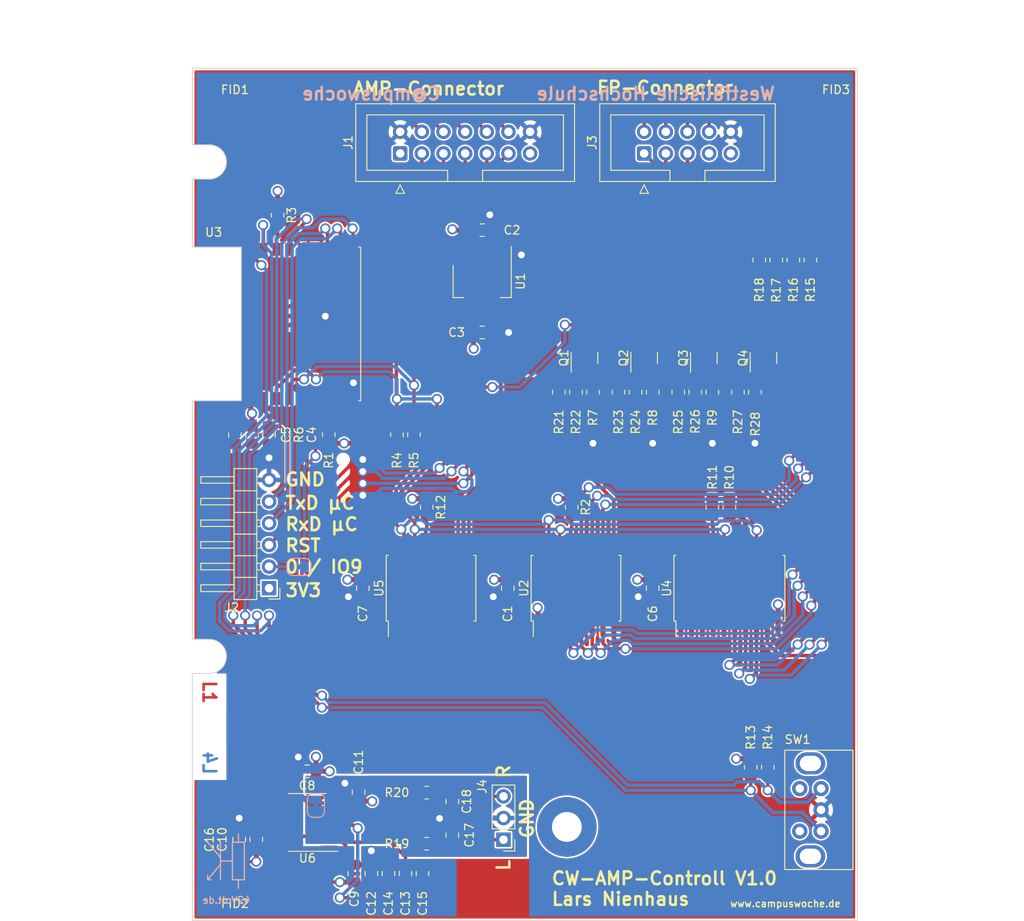
<source format=kicad_pcb>
(kicad_pcb (version 20211014) (generator pcbnew)
  (layers (0 "F.Cu" signal) (1 "In1.Cu" signal) (2 "In2.Cu" signal) (31 "B.Cu" signal) (34 "B.Paste" user) (35 "F.Paste" user) (36 "B.SilkS" user "B.Silkscreen") (37 "F.SilkS" user "F.Silkscreen") (38 "B.Mask" user) (39 "F.Mask" user) (44 "Edge.Cuts" user))
  (net 0 "")
  (net 1 "+3V3")
  (net 2 "GNDD")
  (net 3 "+5V")
  (net 4 "RST")
  (net 5 "GNDA")
  (net 6 "/ESP-AUDIO/VNEG")
  (net 7 "Net-(C13-Pad1)")
  (net 8 "Net-(C13-Pad2)")
  (net 9 "/ESP-AUDIO/LDOO")
  (net 10 "/ESP-AUDIO/L-OUT-ESP")
  (net 11 "/ESP-AUDIO/R-OUT-ESP")
  (net 12 "~{AMP-Mute}")
  (net 13 "AMP-ShutDown")
  (net 14 "SELECT-BT")
  (net 15 "AMP-GAIN0")
  (net 16 "SELECT-Analog")
  (net 17 "AMP-GAIN1")
  (net 18 "BT-KEY")
  (net 19 "SDA")
  (net 20 "BT-MUTE")
  (net 21 "SCL")
  (net 22 "/0")
  (net 23 "µC-RXD")
  (net 24 "µC-TXD")
  (net 25 "LED-BT")
  (net 26 "TOUCH-KEY-POWER")
  (net 27 "LED-ANALOG-EXT")
  (net 28 "TOUCH-KEY-ANALOG-EXT")
  (net 29 "LED-ANALOG-INT")
  (net 30 "TOUCH-KEY-ANALOG-INT")
  (net 32 "TOUCH-KEY-BT")
  (net 33 "/BT-KEY-PAUSE")
  (net 34 "/BT-KEY-NEXT")
  (net 35 "/BT-KEY-PREV")
  (net 36 "/GPIO8")
  (net 37 "/I2CP2-~{INT}")
  (net 38 "/GPIO2")
  (net 39 "/~{TOUCH-INT}-PULL-UP")
  (net 40 "~{TOUCH-INT}")
  (net 41 "/I2CP1-~{INT}")
  (net 42 "GPIO6")
  (net 43 "GPIO7")
  (net 44 "/TOUCH-KEY-0-POWER")
  (net 45 "/TOUCH-KEY-1-ANALOG-EXT")
  (net 46 "/TOUCH-KEY2-ANALOG-INT")
  (net 47 "/TOUCH-KEY-4-BT")
  (net 48 "/ESP-AUDIO/OUTL-PCM")
  (net 49 "/ESP-AUDIO/OUTR-PCM")
  (net 50 "GPIO9")
  (net 51 "DIN")
  (net 54 "LRCLK")
  (net 55 "BCK")
  (net 56 "SCK")
  (net 68 "/BT-PAUSE-Q1")
  (net 69 "/BT-NEXT-Q2")
  (net 70 "/BT-PREV-Q3")
  (net 71 "/BT-ON-OFF-Q4")
  (net 72 "/BT-PAUSE-P0")
  (net 73 "/BT-NEXT-P1")
  (net 74 "/BT-PREV-P2")
  (net 75 "/BT-ON-OFF-P3")
  (footprint "Connector_IDC:IDC-Header_2x05_P2.54mm_Vertical" (layer "F.Cu") (at 165 68 90)
    (fp_text reference "J3")
    (fp_text value "Conn_02x05_Odd_Even")
  )
  (footprint "Capacitor_SMD:C_0805_2012Metric_Pad1.18x1.45mm_HandSolder" (layer "F.Cu") (at 149 119 -90)
    (fp_text reference "C1")
    (fp_text value "100nF")
  )
  (footprint "Package_TO_SOT_SMD:SOT-23" (layer "F.Cu") (at 158 92 90)
    (fp_text reference "Q1")
    (fp_text value "BC850")
  )
  (footprint "Connector_IDC:IDC-Header_2x07_P2.54mm_Vertical" (layer "F.Cu") (at 136.38 68 90)
    (fp_text reference "J1")
    (fp_text value "Conn_02x07_Odd_Even")
  )
  (footprint "Resistor_SMD:R_0805_2012Metric_Pad1.20x1.40mm_HandSolder" (layer "F.Cu") (at 128 101 90)
    (fp_text reference "R1")
    (fp_text value "10k")
  )
  (footprint "Resistor_SMD:R_0805_2012Metric_Pad1.20x1.40mm_HandSolder" (layer "F.Cu") (at 138 101 90)
    (fp_text reference "R5")
    (fp_text value "10k")
  )
  (footprint "Capacitor_SMD:C_0805_2012Metric_Pad1.18x1.45mm_HandSolder" (layer "F.Cu") (at 133 152.475 90)
    (fp_text reference "C12")
    (fp_text value "1µF")
  )
  (footprint "Resistor_SMD:R_0805_2012Metric_Pad1.20x1.40mm_HandSolder" (layer "F.Cu") (at 139.5 142.975)
    (fp_text reference "R20")
    (fp_text value "~")
  )
  (footprint "Capacitor_SMD:C_0805_2012Metric_Pad1.18x1.45mm_HandSolder" (layer "F.Cu") (at 135 152.475 90)
    (fp_text reference "C14")
    (fp_text value "1µF")
  )
  (footprint "Capacitor_SMD:C_0805_2012Metric_Pad1.18x1.45mm_HandSolder" (layer "F.Cu") (at 125.4625 140.475 180)
    (fp_text reference "C8")
    (fp_text value "10µF")
  )
  (footprint "Resistor_SMD:R_0805_2012Metric_Pad1.20x1.40mm_HandSolder" (layer "F.Cu") (at 178.5 80.5 -90)
    (fp_text reference "R18")
    (fp_text value "4k7")
  )
  (footprint "Resistor_SMD:R_0805_2012Metric_Pad1.20x1.40mm_HandSolder" (layer "F.Cu") (at 156.5 109.5 -90)
    (fp_text reference "R2")
    (fp_text value "10k")
  )
  (footprint "Capacitor_SMD:C_0805_2012Metric_Pad1.18x1.45mm_HandSolder" (layer "F.Cu") (at 146 77)
    (fp_text reference "C2")
    (fp_text value "1µF")
  )
  (footprint "Package_TO_SOT_SMD:SOT-23" (layer "F.Cu") (at 165 92 90)
    (fp_text reference "Q2")
    (fp_text value "BC850")
  )
  (footprint "Resistor_SMD:R_0805_2012Metric_Pad1.20x1.40mm_HandSolder" (layer "F.Cu") (at 173 109.5 -90)
    (fp_text reference "R11")
    (fp_text value "9k1")
  )
  (footprint "Resistor_SMD:R_0805_2012Metric_Pad1.20x1.40mm_HandSolder" (layer "F.Cu") (at 119 101.0375 -90)
    (fp_text reference "R6")
    (fp_text value "10k")
  )
  (footprint "MountingHole:MountingHole_3.5mm_Pad" (layer "F.Cu") (at 155.930588 147 180)
    (fp_text reference "REF**")
    (fp_text value "MountingHole_3.5mm_Pad")
  )
  (footprint "Capacitor_SMD:C_0805_2012Metric_Pad1.18x1.45mm_HandSolder" (layer "F.Cu") (at 117.5 148.475 90)
    (fp_text reference "C16")
    (fp_text value "100nF")
  )
  (footprint "Resistor_SMD:R_0805_2012Metric_Pad1.20x1.40mm_HandSolder" (layer "F.Cu") (at 178 96 90)
    (fp_text reference "R28")
    (fp_text value "10k")
  )
  (footprint "Resistor_SMD:R_0805_2012Metric_Pad1.20x1.40mm_HandSolder" (layer "F.Cu") (at 177.5 140 -90)
    (fp_text reference "R13")
    (fp_text value "4k7")
  )
  (footprint "Capacitor_SMD:C_0805_2012Metric_Pad1.18x1.45mm_HandSolder" (layer "F.Cu") (at 142.5 147.975 90)
    (fp_text reference "C17")
    (fp_text value "1µF")
  )
  (footprint "Resistor_SMD:R_0805_2012Metric_Pad1.20x1.40mm_HandSolder" (layer "F.Cu") (at 157 96 90)
    (fp_text reference "R22")
    (fp_text value "10k")
  )
  (footprint "office_amp:ALPS_STEC11B" (layer "F.Cu") (at 184.5 145)
    (fp_text reference "SW1")
    (fp_text value "RotaryEncoder")
  )
  (footprint "Resistor_SMD:R_0805_2012Metric_Pad1.20x1.40mm_HandSolder" (layer "F.Cu") (at 139.5 109.5 -90)
    (fp_text reference "R12")
    (fp_text value "10k")
  )
  (footprint "Capacitor_SMD:C_0805_2012Metric_Pad1.18x1.45mm_HandSolder" (layer "F.Cu") (at 121 101.0375 90)
    (fp_text reference "C4")
    (fp_text value "1µF")
  )
  (footprint "Package_SO:SOIC-16W_7.5x10.3mm_P1.27mm" (layer "F.Cu") (at 140 119 90)
    (fp_text reference "U5")
    (fp_text value "PCF8574")
  )
  (footprint "Resistor_SMD:R_0805_2012Metric_Pad1.20x1.40mm_HandSolder" (layer "F.Cu") (at 182.5 80.5 -90)
    (fp_text reference "R16")
    (fp_text value "4k7")
  )
  (footprint "Resistor_SMD:R_0805_2012Metric_Pad1.20x1.40mm_HandSolder" (layer "F.Cu") (at 173 96 -90)
    (fp_text reference "R9")
    (fp_text value "9k1")
  )
  (footprint "Capacitor_SMD:C_0805_2012Metric_Pad1.18x1.45mm_HandSolder" (layer "F.Cu") (at 119.5 148.475 90)
    (fp_text reference "C10")
    (fp_text value "100nF")
  )
  (footprint "Package_TO_SOT_SMD:SOT-223-3_TabPin2" (layer "F.Cu") (at 146 83 -90)
    (fp_text reference "U1")
    (fp_text value "LDL1117S33R")
  )
  (footprint "Resistor_SMD:R_0805_2012Metric_Pad1.20x1.40mm_HandSolder" (layer "F.Cu") (at 155 96 90)
    (fp_text reference "R21")
    (fp_text value "10k")
  )
  (footprint "Resistor_SMD:R_0805_2012Metric_Pad1.20x1.40mm_HandSolder" (layer "F.Cu") (at 180.5 80.5 -90)
    (fp_text reference "R17")
    (fp_text value "4k7")
  )
  (footprint "Connector_PinHeader_2.54mm:PinHeader_1x03_P2.54mm_Vertical" (layer "F.Cu") (at 148.5 148.5 180)
    (fp_text reference "J4")
    (fp_text value "Conn_01x03_Male")
  )
  (footprint "Resistor_SMD:R_0805_2012Metric_Pad1.20x1.40mm_HandSolder" (layer "F.Cu") (at 164 96 90)
    (fp_text reference "R24")
    (fp_text value "10k")
  )
  (footprint "Resistor_SMD:R_0805_2012Metric_Pad1.20x1.40mm_HandSolder" (layer "F.Cu") (at 139.5 148.975)
    (fp_text reference "R19")
    (fp_text value "470R")
  )
  (footprint "Fiducial:Fiducial_1.5mm_Mask3mm" (layer "F.Cu") (at 117 153)
    (fp_text reference "FID2")
    (fp_text value "Fiducial")
  )
  (footprint "Fiducial:Fiducial_1.5mm_Mask3mm" (layer "F.Cu") (at 187.5 63)
    (fp_text reference "FID3")
    (fp_text value "Fiducial")
  )
  (footprint "Package_TO_SOT_SMD:SOT-23" (layer "F.Cu") (at 179 92 90)
    (fp_text reference "Q4")
    (fp_text value "BC850")
  )
  (footprint "Package_SO:SOIC-16W_7.5x10.3mm_P1.27mm" (layer "F.Cu") (at 157 119 90)
    (fp_text reference "U2")
    (fp_text value "PCF8574")
  )
  (footprint "Resistor_SMD:R_0805_2012Metric_Pad1.20x1.40mm_HandSolder" (layer "F.Cu") (at 184.5 80.5 -90)
    (fp_text reference "R15")
    (fp_text value "4k7")
  )
  (footprint "Capacitor_SMD:C_0805_2012Metric_Pad1.18x1.45mm_HandSolder" (layer "F.Cu") (at 142.5 144.0125 -90)
    (fp_text reference "C18")
    (fp_text value "1µF")
  )
  (footprint "Resistor_SMD:R_0805_2012Metric_Pad1.20x1.40mm_HandSolder" (layer "F.Cu") (at 176 96 90)
    (fp_text reference "R27")
    (fp_text value "10k")
  )
  (footprint "Resistor_SMD:R_0805_2012Metric_Pad1.20x1.40mm_HandSolder" (layer "F.Cu") (at 175 109.5 90)
    (fp_text reference "R10")
    (fp_text value "39k")
  )
  (footprint "Resistor_SMD:R_0805_2012Metric_Pad1.20x1.40mm_HandSolder" (layer "F.Cu") (at 136 101 90)
    (fp_text reference "R4")
    (fp_text value "10k")
  )
  (footprint "Package_SO:TSSOP-20_4.4x6.5mm_P0.65mm" (layer "F.Cu") (at 125.5 146.475 180)
    (fp_text reference "U6")
    (fp_text value "PCM5100A")
  )
  (footprint "Capacitor_SMD:C_0805_2012Metric_Pad1.18x1.45mm_HandSolder" (layer "F.Cu") (at 139 152.475 90)
    (fp_text reference "C15")
    (fp_text value "1µF")
  )
  (footprint "Package_SO:SOIC-20W_7.5x12.8mm_P1.27mm" (layer "F.Cu") (at 175 119 90)
    (fp_text reference "U4")
    (fp_text value "AT42QT2120-CommsMode")
  )
  (footprint "Capacitor_SMD:C_0805_2012Metric_Pad1.18x1.45mm_HandSolder" (layer "F.Cu") (at 166 119 90)
    (fp_text reference "C6")
    (fp_text value "1µF")
  )
  (footprint "Resistor_SMD:R_0805_2012Metric_Pad1.20x1.40mm_HandSolder" (layer "F.Cu") (at 122 75.25 -90)
    (fp_text reference "R3")
    (fp_text value "10k")
  )
  (footprint "Resistor_SMD:R_0805_2012Metric_Pad1.20x1.40mm_HandSolder" (layer "F.Cu") (at 166 96 -90)
    (fp_text reference "R8")
    (fp_text value "33k")
  )
  (footprint "Capacitor_SMD:C_0805_2012Metric_Pad1.18x1.45mm_HandSolder" (layer "F.Cu") (at 131 152.475 90)
    (fp_text reference "C9")
    (fp_text value "100nF")
  )
  (footprint "Capacitor_SMD:C_0805_2012Metric_Pad1.18x1.45mm_HandSolder" (layer "F.Cu") (at 137 152.475 90)
    (fp_text reference "C13")
    (fp_text value "1µF")
  )
  (footprint "Fiducial:Fiducial_1.5mm_Mask3mm" (layer "F.Cu") (at 117 63)
    (fp_text reference "FID1")
    (fp_text value "Fiducial")
  )
  (footprint "Resistor_SMD:R_0805_2012Metric_Pad1.20x1.40mm_HandSolder" (layer "F.Cu") (at 171 96 90)
    (fp_text reference "R26")
    (fp_text value "10k")
  )
  (footprint "Package_TO_SOT_SMD:SOT-23" (layer "F.Cu") (at 172 92 90)
    (fp_text reference "Q3")
    (fp_text value "BC850")
  )
  (footprint "Capacitor_SMD:C_0805_2012Metric_Pad1.18x1.45mm_HandSolder" (layer "F.Cu") (at 132 119 -90)
    (fp_text reference "C7")
    (fp_text value "100nF")
  )
  (footprint "Connector_PinHeader_2.54mm:PinHeader_1x06_P2.54mm_Horizontal" (layer "F.Cu") (at 121 119 180)
    (fp_text reference "J2")
    (fp_text value "Conn_01x06")
  )
  (footprint "Resistor_SMD:R_0805_2012Metric_Pad1.20x1.40mm_HandSolder" (layer "F.Cu") (at 169 96 90)
    (fp_text reference "R25")
    (fp_text value "10k")
  )
  (footprint "Resistor_SMD:R_0805_2012Metric_Pad1.20x1.40mm_HandSolder" (layer "F.Cu") (at 179.5 140 -90)
    (fp_text reference "R14")
    (fp_text value "4k7")
  )
  (footprint "Capacitor_SMD:C_0805_2012Metric_Pad1.18x1.45mm_HandSolder" (layer "F.Cu") (at 146 89)
    (fp_text reference "C3")
    (fp_text value "10µF")
  )
  (footprint "Capacitor_SMD:C_0805_2012Metric_Pad1.18x1.45mm_HandSolder" (layer "F.Cu") (at 131.5 142.9375 90)
    (fp_text reference "C11")
    (fp_text value "100nF")
  )
  (footprint "Capacitor_SMD:C_0805_2012Metric_Pad1.18x1.45mm_HandSolder" (layer "F.Cu") (at 117 101.0375 -90)
    (fp_text reference "C5")
    (fp_text value "100nF")
  )
  (footprint "Resistor_SMD:R_0805_2012Metric_Pad1.20x1.40mm_HandSolder" (layer "F.Cu") (at 162 96 90)
    (fp_text reference "R23")
    (fp_text value "10k")
  )
  (footprint "Espressif:ESP32-C3-WROOM-02" (layer "F.Cu") (at 123 88 90)
    (fp_text reference "U3")
    (fp_text value "ESP32-C3-WROOM-02")
  )
  (footprint "Resistor_SMD:R_0805_2012Metric_Pad1.20x1.40mm_HandSolder" (layer "F.Cu") (at 159 96 -90)
    (fp_text reference "R7")
    (fp_text value "51k")
  )
  (footprint "Jumper:SolderJumper-2_P1.3mm_Bridged_RoundedPad1.0x1.5mm" (layer "B.Cu") (at 126.5 144.475 -90)
    (fp_text reference "STAR2")
    (fp_text value "SolderJumper_2_Bridged")
  )
  (footprint "Jumper:SolderJumper-2_P1.3mm_Bridged_RoundedPad1.0x1.5mm" (layer "B.Cu") (at 124.5 116.5 180)
    (fp_text reference "STAR1")
    (fp_text value "SolderJumper_2_Bridged")
  )
  (gr_line (start 114.2 153.2) (end 113.8 153.2) (layer "B.SilkS") (width 0.15))
  (gr_line (start 116.7 151) (end 115.3 151) (layer "B.SilkS") (width 0.15))
  (gr_line (start 115.3 148.8) (end 115.3 153.2) (layer "B.SilkS") (width 0.15))
  (gr_line (start 113.8 153.2) (end 115.3 151.4) (layer "B.SilkS") (width 0.15))
  (gr_line (start 117.4 147.8) (end 117.4 148.8) (layer "B.SilkS") (width 0.15))
  (gr_line (start 113.8 148.8) (end 115.3 150.6) (layer "B.SilkS") (width 0.15))
  (gr_line (start 116.7 153.2) (end 118.1 153.2) (layer "B.SilkS") (width 0.15))
  (gr_line (start 118.1 153.2) (end 118.1 148.8) (layer "B.SilkS") (width 0.15))
  (gr_line (start 118.1 148.8) (end 116.7 148.8) (layer "B.SilkS") (width 0.15))
  (gr_line (start 117.4 154.2) (end 117.4 153.2) (layer "B.SilkS") (width 0.15))
  (gr_line (start 116.7 148.8) (end 116.7 153.2) (layer "B.SilkS") (width 0.15))
  (gr_line (start 113.8 152.7) (end 113.8 153.2) (layer "B.SilkS") (width 0.15))
  (gr_line (start 112 129) (end 112 158) (layer "Edge.Cuts") (width 0.1))
  (gr_line (start 190 58) (end 190 158) (layer "Edge.Cuts") (width 0.1))
  (gr_line (start 117.75 97) (end 112 97) (layer "Edge.Cuts") (width 0.1))
  (gr_line (start 114 129) (end 112 129) (layer "Edge.Cuts") (width 0.1))
  (gr_line (start 112 97) (end 112 125) (layer "Edge.Cuts") (width 0.1))
  (gr_line (start 112 58) (end 190 58) (layer "Edge.Cuts") (width 0.1))
  (gr_line (start 112 79) (end 117.75 79) (layer "Edge.Cuts") (width 0.1))
  (gr_line (start 117.75 79) (end 117.75 97) (layer "Edge.Cuts") (width 0.1))
  (gr_line (start 114 67) (end 112 67) (layer "Edge.Cuts") (width 0.1))
  (gr_line (start 114 71) (end 112 71) (layer "Edge.Cuts") (width 0.1))
  (gr_line (start 112 67) (end 112 58) (layer "Edge.Cuts") (width 0.1))
  (gr_arc (start 114 125) (mid 116 127) (end 114 129) (layer "Edge.Cuts") (width 0.1))
  (gr_line (start 190 158) (end 112 158) (layer "Edge.Cuts") (width 0.1))
  (gr_line (start 112 125) (end 114 125) (layer "Edge.Cuts") (width 0.1))
  (gr_arc (start 114 67) (mid 116 69) (end 114 71) (layer "Edge.Cuts") (width 0.1))
  (gr_line (start 112 71) (end 112 79) (layer "Edge.Cuts") (width 0.1))
  (gr_text "L1" (at 114 131.2 270) (layer "F.Cu") (effects (font (size 1.5 1.5) (thickness 0.3))))
  (gr_text "L4" (at 114 139.5 270) (layer "B.Cu") (effects (font (size 1.5 1.5) (thickness 0.3)) (justify mirror)))
  (gr_text "C@mpuswoche" (at 133 61) (layer "B.SilkS") (effects (font (size 1.5 1.5) (thickness 0.3)) (justify mirror)))
  (gr_text "Westfälische Hochschule" (at 180.5 61) (layer "B.SilkS") (effects (font (size 1.5 1.5) (thickness 0.3)) (justify left mirror)))
  (gr_text "42Volt.de" (at 116 155.6) (layer "B.SilkS") (effects (font (size 0.8 0.8)) (justify mirror)))
  (gr_text "RST" (at 122.75 114) (layer "F.SilkS") (effects (font (size 1.5 1.5) (thickness 0.3)) (justify left)))
  (gr_text "TxD µC" (at 122.75 109) (layer "F.SilkS") (effects (font (size 1.5 1.5) (thickness 0.3)) (justify left)))
  (gr_text "RxD µC" (at 122.75 111.5) (layer "F.SilkS") (effects (font (size 1.5 1.5) (thickness 0.3)) (justify left)))
  (gr_text "3V3" (at 122.75 119.25) (layer "F.SilkS") (effects (font (size 1.5 1.5) (thickness 0.3)) (justify left)))
  (gr_text "0 / IO9" (at 122.75 116.5) (layer "F.SilkS") (effects (font (size 1.5 1.5) (thickness 0.3)) (justify left)))
  (gr_text "www.campuswoche.de" (at 175 156) (layer "F.SilkS") (effects (font (size 0.8 0.8)) (justify left)))
  (gr_text "CW-AMP-Controll V1.0\nLars Nienhaus" (at 154 154.25) (layer "F.SilkS") (effects (font (size 1.5 1.5) (thickness 0.3)) (justify left)))
  (gr_text "L" (at 148.5 151.5 90) (layer "F.SilkS") (effects (font (size 1.5 1.5) (thickness 0.3))))
  (gr_text "GND" (at 122.75 106.25) (layer "F.SilkS") (effects (font (size 1.5 1.5) (thickness 0.3)) (justify left)))
  (gr_text "GND" (at 151.25 146 90) (layer "F.SilkS") (effects (font (size 1.5 1.5) (thickness 0.3))))
  (gr_text "R" (at 148.5 140.5 90) (layer "F.SilkS") (effects (font (size 1.5 1.5) (thickness 0.3))))
  (gr_text "AMP-Connector" (at 130.7 60.4) (layer "F.SilkS") (effects (font (size 1.5 1.5) (thickness 0.3)) (justify left)))
  (gr_text "FP-Connector" (at 159.3 60.3) (layer "F.SilkS") (effects (font (size 1.5 1.5) (thickness 0.3)) (justify left)))
  (segment (start 164.2 118) (end 165.9625 118) (width 0.6) (layer "F.Cu") (net 1))
  (segment (start 180.715 120.915) (end 180.7 120.9) (width 0.6) (layer "F.Cu") (net 1))
  (segment (start 118.85 96.75) (end 118.85 98.35) (width 0.6) (layer "F.Cu") (net 1))
  (segment (start 177.5 139) (end 179.5 139) (width 0.6) (layer "F.Cu") (net 1))
  (segment (start 116.6 144.975) (end 115.6 145.975) (width 0.4) (layer "F.Cu") (net 1))
  (segment (start 122.6375 147.45) (end 121.35 147.45) (width 0.4) (layer "F.Cu") (net 1))
  (segment (start 152.555 123.65) (end 152.555 121.355) (width 0.6) (layer "F.Cu") (net 1))
  (segment (start 128 102) (end 129.8 102) (width 0.6) (layer "F.Cu") (net 1))
  (segment (start 179.445 116.955) (end 179.445 114.35) (width 0.6) (layer "F.Cu") (net 1))
  (segment (start 139.5 108.5) (end 137.8 108.5) (width 0.6) (layer "F.Cu") (net 1))
  (segment (start 178.4375 117.9625) (end 179.445 116.955) (width 0.6) (layer "F.Cu") (net 1))
  (segment (start 149 117.9625) (end 151.2375 117.9625) (width 0.6) (layer "F.Cu") (net 1))
  (segment (start 116.4 151.075) (end 119.5 151.075) (width 0.4) (layer "F.Cu") (net 1))
  (segment (start 131.5 143.975) (end 130.6 143.975) (width 0.4) (layer "F.Cu") (net 1))
  (segment (start 128.3625 149.4) (end 127.175 149.4) (width 0.4) (layer "F.Cu") (net 1))
  (segment (start 148.9625 118) (end 149 117.9625) (width 0.6) (layer "F.Cu") (net 1))
  (segment (start 130.2 118) (end 131.9625 118) (width 0.6) (layer "F.Cu") (net 1))
  (segment (start 119.5 149.5125) (end 119.5 151.075) (width 0.6) (layer "F.Cu") (net 1))
  (segment (start 129.725 144.85) (end 128.3625 144.85) (width 0.4) (layer "F.Cu") (net 1))
  (segment (start 127.175 149.4) (end 126.8 149.775) (width 0.4) (layer "F.Cu") (net 1))
  (segment (start 121.1625 149.5125) (end 121.275 149.4) (width 0.4) (layer "F.Cu") (net 1))
  (segment (start 175.8 139) (end 177.5 139) (width 0.6) (layer "F.Cu") (net 1))
  (segment (start 122.6375 149.4) (end 121.275 149.4) (width 0.4) (layer "F.Cu") (net 1))
  (segment (start 136 102) (end 138 102) (width 0.6) (layer "F.Cu") (net 1))
  (segment (start 126.5 140.475) (end 126.5 138.775) (width 0.6) (layer "F.Cu") (net 1))
  (segment (start 130.6 143.975) (end 129.725 144.85) (width 0.4) (layer "F.Cu") (net 1))
  (segment (start 144.9625 88.1375) (end 144.9625 89) (width 0.6) (layer "F.Cu") (net 1))
  (segment (start 176.905 111.205) (end 176.905 114.35) (width 0.6) (layer "F.Cu") (net 1))
  (segment (start 176.2 110.5) (end 176.905 111.205) (width 0.6) (layer "F.Cu") (net 1))
  (segment (start 152.555 116.645) (end 152.555 114.35) (width 0.6) (layer "F.Cu") (net 1))
  (segment (start 131.5 143.975) (end 133.075 143.975) (width 0.6) (layer "F.Cu") (net 1))
  (segment (start 115.6 150.275) (end 116.4 151.075) (width 0.4) (layer "F.Cu") (net 1))
  (segment (start 146 87.1) (end 144.9625 88.1375) (width 0.6) (layer "F.Cu") (net 1))
  (segment (start 180.715 123.65) (end 180.715 120.915) (width 0.6) (layer "F.Cu") (net 1))
  (segment (start 126.8 151.975) (end 128.3 153.475) (width 0.4) (layer "F.Cu") (net 1))
  (segment (start 117 100) (end 118.9625 100) (width 0.6) (layer "F.Cu") (net 1))
  (segment (start 118.875 144.975) (end 116.6 144.975) (width 0.4) (layer "F.Cu") (net 1))
  (segment (start 115.6 145.975) (end 115.6 150.275) (width 0.4) (layer "F.Cu") (net 1))
  (segment (start 144.9625 90.8625) (end 145 90.9) (width 0.6) (layer "F.Cu") (net 1))
  (segment (start 176.85969 117.9625) (end 178.4375 117.9625) (width 0.6) (layer "F.Cu") (net 1))
  (segment (start 136 102) (end 129.8 102) (width 0.6) (layer "F.Cu") (net 1))
  (segment (start 128.3 153.475) (end 129.3 153.475) (width 0.4) (layer "F.Cu") (net 1))
  (segment (start 166 117.9625) (end 176.85969 117.9625) (width 0.6) (layer "F.Cu") (net 1))
  (segment (start 118.85 98.35) (end 119 98.5) (width 0.6) (layer "F.Cu") (net 1))
  (segment (start 119 98.5) (end 119 100.0375) (width 0.6) (layer "F.Cu") (net 1))
  (segment (start 126.5 140.475) (end 128.1 140.475) (width 0.6) (layer "F.Cu") (net 1))
  (segment (start 118.9625 100) (end 119 100.0375) (width 0.6) (layer "F.Cu") (net 1))
  (segment (start 156.5 108.5) (end 154.9 108.5) (width 0.6) (layer "F.Cu") (net 1))
  (segment (start 119.5 149.5125) (end 121.1625 149.5125) (width 0.4) (layer "F.Cu") (net 1))
  (segment (start 175 110.5) (end 176.2 110.5) (width 0.6) (layer "F.Cu") (net 1))
  (segment (start 152.555 121.355) (end 152.5 121.3) (width 0.6) (layer "F.Cu") (net 1))
  (segment (start 121.35 147.45) (end 118.875 144.975) (width 0.4) (layer "F.Cu") (net 1))
  (segment (start 132 117.9625) (end 134.5375 117.9625) (width 0.6) (layer "F.Cu") (net 1))
  (segment (start 146 86.15) (end 146 79.85) (width 0.6) (layer "F.Cu") (net 1))
  (segment (start 165.9625 118) (end 166 117.9625) (width 0.6) (layer "F.Cu") (net 1))
  (segment (start 151.2375 117.9625) (end 152.555 116.645) (width 0.6) (layer "F.Cu") (net 1))
  (segment (start 131.9625 118) (end 132 117.9625) (width 0.6) (layer "F.Cu") (net 1))
  (segment (start 129.3 153.475) (end 130.9625 153.475) (width 0.6) (layer "F.Cu") (net 1))
  (segment (start 176.905 114.35) (end 176.905 117.91719) (width 0.6) (layer "F.Cu") (net 1))
  (segment (start 176.905 117.91719) (end 176.85969 117.9625) (width 0.6) (layer "F.Cu") (net 1))
  (segment (start 133.075 143.975) (end 133.1 144) (width 0.6) (layer "F.Cu") (net 1))
  (segment (start 144.9625 89) (end 144.9625 90.8625) (width 0.6) (layer "F.Cu") (net 1))
  (segment (start 135.555 116.945) (end 135.555 114.35) (width 0.6) (layer "F.Cu") (net 1))
  (segment (start 134.5375 117.9625) (end 135.555 116.945) (width 0.6) (layer "F.Cu") (net 1))
  (segment (start 147.4 118) (end 148.9625 118) (width 0.6) (layer "F.Cu") (net 1))
  (segment (start 126.8 149.775) (end 126.8 151.975) (width 0.4) (layer "F.Cu") (net 1))
  (segment (start 146 86.15) (end 146 87.1) (width 0.6) (layer "F.Cu") (net 1))
  (segment (start 130.9625 153.475) (end 131 153.5125) (width 0.6) (layer "F.Cu") (net 1))
  (segment (start 122 72.4) (end 122 74.25) (width 0.6) (layer "F.Cu") (net 1))
  (via (at 137.8 108.5) (size 1.2) (drill 0.8) (layers "F.Cu" "B.Cu") (net 1))
  (via (at 154.9 108.5) (size 1.2) (drill 0.8) (layers "F.Cu" "B.Cu") (net 1))
  (via (at 175.8 139) (size 1.2) (drill 0.8) (layers "F.Cu" "B.Cu") (net 1))
  (via (at 180.7 120.9) (size 1.2) (drill 0.8) (layers "F.Cu" "B.Cu") (net 1))
  (via (at 164.2 118) (size 1.2) (drill 0.8) (layers "F.Cu" "B.Cu") (net 1))
  (via (at 147.4 118) (size 1.2) (drill 0.8) (layers "F.Cu" "B.Cu") (net 1))
  (via (at 119 98.5) (size 1.2) (drill 0.8) (layers "F.Cu" "B.Cu") (net 1))
  (via (at 128.1 140.475) (size 1.2) (drill 0.8) (layers "F.Cu" "B.Cu") (net 1))
  (via (at 133.1 144) (size 1.2) (drill 0.8) (layers "F.Cu" "B.Cu") (net 1))
  (via (at 129.3 153.475) (size 1.2) (drill 0.8) (layers "F.Cu" "B.Cu") (net 1))
  (via (at 126.5 138.775) (size 1.2) (drill 0.8) (layers "F.Cu" "B.Cu") (net 1))
  (via (at 129.8 102) (size 1.2) (drill 0.8) (layers "F.Cu" "B.Cu") (net 1))
  (via (at 130.2 118) (size 1.2) (drill 0.8) (layers "F.Cu" "B.Cu") (net 1))
  (via (at 152.5 121.3) (size 1.2) (drill 0.8) (layers "F.Cu" "B.Cu") (net 1))
  (via (at 122 72.4) (size 1.2) (drill 0.8) (layers "F.Cu" "B.Cu") (net 1))
  (via (at 119.5 151.075) (size 1.2) (drill 0.8) (layers "F.Cu" "B.Cu") (net 1))
  (via (at 145 90.9) (size 1.2) (drill 0.8) (layers "F.Cu" "B.Cu") (net 1))
  (segment (start 126.15 85.94) (end 126.15 87.09) (width 0.6) (layer "F.Cu") (net 2))
  (segment (start 126.15 87.09) (end 127.59 87.09) (width 0.6) (layer "F.Cu") (net 2))
  (segment (start 157 97) (end 159 97) (width 0.6) (layer "F.Cu") (net 2))
  (segment (start 166 97) (end 166 102) (width 0.6) (layer "F.Cu") (net 2))
  (segment (start 173 97) (end 173 102) (width 0.6) (layer "F.Cu") (net 2))
  (segment (start 155.095 123.65) (end 155.095 120.060617) (width 0.6) (layer "F.Cu") (net 2))
  (segment (start 149 120.0375) (end 147.3375 120.0375) (width 0.6) (layer "F.Cu") (net 2))
  (segment (start 147.1 75.4) (end 147.1 76.9375) (width 0.6) (layer "F.Cu") (net 2))
  (segment (start 135.555 123.65) (end 135.555 120.045) (width 0.6) (layer "F.Cu") (net 2))
  (segment (start 117 103.2) (end 117 102.075) (width 0.6) (layer "F.Cu") (net 2))
  (segment (start 124.4 141.7875) (end 124.4 143.475) (width 0.6) (layer "F.Cu") (net 2))
  (segment (start 179.95 96.45) (end 179.4 97) (width 0.6) (layer "F.Cu") (net 2))
  (segment (start 146.9 75.2) (end 147.1 75.4) (width 0.6) (layer "F.Cu") (net 2))
  (segment (start 122.6375 146.8) (end 124.375 146.8) (width 0.4) (layer "F.Cu") (net 2))
  (segment (start 130.3 120) (end 131.9625 120) (width 0.6) (layer "F.Cu") (net 2))
  (segment (start 125.05 88.14) (end 126.15 88.14) (width 0.6) (layer "F.Cu") (net 2))
  (segment (start 179.4 97) (end 178 97) (width 0.6) (layer "F.Cu") (net 2))
  (segment (start 124.325 143.55) (end 124.4 143.475) (width 0.4) (layer "F.Cu") (net 2))
  (segment (start 121 103.7) (end 121 102.075) (width 0.6) (layer "F.Cu") (net 2))
  (segment (start 124.4 143.475) (end 124.4 146.775) (width 0.6) (layer "F.Cu") (net 2))
  (segment (start 179.95 92.9375) (end 179.95 96.45) (width 0.6) (layer "F.Cu") (net 2))
  (segment (start 117.5 147.4375) (end 117.5 145.9745) (width 0.6) (layer "F.Cu") (net 2))
  (segment (start 124.425 141.7625) (end 124.4 141.7875) (width 0.6) (layer "F.Cu") (net 2))
  (segment (start 166 120.0375) (end 177.8625 120.0375) (width 0.6) (layer "F.Cu") (net 2))
  (segment (start 155.118117 120.0375) (end 159.8375 120.0375) (width 0.6) (layer "F.Cu") (net 2))
  (segment (start 161.445 121.645) (end 161.445 123.65) (width 0.6) (layer "F.Cu") (net 2))
  (segment (start 135.555 120.045) (end 135.5625 120.0375) (width 0.6) (layer "F.Cu") (net 2))
  (segment (start 136.830581 120.0375) (end 138.080229 120.0375) (width 0.6) (layer "F.Cu") (net 2))
  (segment (start 122.6375 148.75) (end 124.025 148.75) (width 0.4) (layer "F.Cu") (net 2))
  (segment (start 130.85 94.95) (end 130.9 94.9) (width 0.6) (layer "F.Cu") (net 2))
  (segment (start 164.3375 120.0375) (end 164.3 120) (width 0.6) (layer "F.Cu") (net 2))
  (segment (start 177.8625 120.0375) (end 180.715 117.185) (width 0.6) (layer "F.Cu") (net 2))
  (segment (start 124.4 148.1) (end 124.4 148.375) (width 0.6) (layer "F.Cu") (net 2))
  (segment (start 125.05 87.09) (end 126.15 87.09) (width 0.6) (layer "F.Cu") (net 2))
  (segment (start 180.715 117.185) (end 180.715 114.35) (width 0.6) (layer "F.Cu") (net 2))
  (segment (start 128.3625 143.55) (end 124.475 143.55) (width 0.4) (layer "F.Cu") (net 2))
  (segment (start 148.3 79.85) (end 150.55 79.85) (width 0.6) (layer "F.Cu") (net 2))
  (segment (start 136.825 123.65) (end 136.825 120.043081) (width 0.6) (layer "F.Cu") (net 2))
  (segment (start 135 151.4375) (end 133 151.4375) (width 0.6) (layer "F.Cu") (net 2))
  (segment (start 121 103.7) (end 117.5 103.7) (width 0.6) (layer "F.Cu") (net 2))
  (segment (start 149.1 89) (end 147.0375 89) (width 0.6) (layer "F.Cu") (net 2))
  (segment (start 159.8375 120.0375) (end 161.445 121.645) (width 0.6) (layer "F.Cu") (net 2))
  (segment (start 147.3375 120.0375) (end 147.3 120) (width 0.6) (layer "F.Cu") (net 2))
  (segment (start 124.025 148.75) (end 124.4 148.375) (width 0.4) (layer "F.Cu") (net 2))
  (segment (start 171 97) (end 173 97) (width 0.6) (layer "F.Cu") (net 2))
  (segment (start 133 151.4375) (end 133 149.8) (width 0.6) (layer "F.Cu") (net 2))
  (segment (start 127.59 87.09) (end 127.6 87.1) (width 0.6) (layer "F.Cu") (net 2))
  (segment (start 124.426771 140.473229) (end 124.425 140.475) (width 0.6) (layer "F.Cu") (net 2))
  (segment (start 124.425 140.475) (end 124.425 141.7625) (width 0.6) (layer "F.Cu") (net 2))
  (segment (start 131.9625 120) (end 132 120.0375) (width 0.6) (layer "F.Cu") (net 2))
  (segment (start 133 151.4375) (end 131 151.4375) (width 0.6) (layer "F.Cu") (net 2))
  (segment (start 124.375 146.8) (end 124.4 146.775) (width 0.4) (layer "F.Cu") (net 2))
  (segment (start 142.4375 120.0375) (end 144.445 122.045) (width 0.6) (layer "F.Cu") (net 2))
  (segment (start 153.859081 120.0375) (end 155.118117 120.0375) (width 0.6) (layer "F.Cu") (net 2))
  (segment (start 159 97) (end 159 102) (width 0.6) (layer "F.Cu") (net 2))
  (segment (start 153.825 120.071581) (end 153.859081 120.0375) (width 0.6) (layer "F.Cu") (net 2))
  (segment (start 153.825 123.65) (end 153.825 120.071581) (width 0.6) (layer "F.Cu") (net 2))
  (segment (start 155.095 120.060617) (end 155.118117 120.0375) (width 0.6) (layer "F.Cu") (net 2))
  (segment (start 178 97) (end 178 102) (width 0.6) (layer "F.Cu") (net 2))
  (segment (start 130.85 96.75) (end 130.85 94.95) (width 0.6) (layer "F.Cu") (net 2))
  (segment (start 124.426771 138.802921) (end 124.426771 140.473229) (width 0.6) (layer "F.Cu") (net 2))
  (segment (start 128.3625 148.1) (end 124.4 148.1) (width 0.4) (layer "F.Cu") (net 2))
  (segment (start 123.95 88.14) (end 125.05 88.14) (width 0.6) (layer "F.Cu") (net 2))
  (segment (start 148 77) (end 147.0375 77) (width 0.6) (layer "F.Cu") (net 2))
  (segment (start 144.445 122.045) (end 144.445 123.65) (width 0.6) (layer "F.Cu") (net 2))
  (segment (start 124.4 146.775) (end 124.4 148.1) (width 0.6) (layer "F.Cu") (net 2))
  (segment (start 117.5 103.7) (end 117 103.2) (width 0.6) (layer "F.Cu") (net 2))
  (segment (start 124.475 143.55) (end 124.4 143.475) (width 0.4) (layer "F.Cu") (net 2))
  (segment (start 123.95 85.94) (end 125.05 85.94) (width 0.6) (layer "F.Cu") (net 2))
  (segment (start 150.55 79.85) (end 150.6 79.9) (width 0.6) (layer "F.Cu") (net 2))
  (segment (start 136.825 120.043081) (end 136.830581 120.0375) (width 0.6) (layer "F.Cu") (net 2))
  (segment (start 122.6375 143.55) (end 124.325 143.55) (width 0.4) (layer "F.Cu") (net 2))
  (segment (start 138.095 123.65) (end 138.095 120.052271) (width 0.6) (layer "F.Cu") (net 2))
  (segment (start 148.3 77.3) (end 148 77) (width 0.6) (layer "F.Cu") (net 2))
  (segment (start 126.15 88.14) (end 126.15 87.09) (width 0.6) (layer "F.Cu") (net 2))
  (segment (start 138.095 120.052271) (end 138.080229 120.0375) (width 0.6) (layer "F.Cu") (net 2))
  (segment (start 132 120.0375) (end 135.5625 120.0375) (width 0.6) (layer "F.Cu") (net 2))
  (segment (start 148.3 79.85) (end 148.3 77.3) (width 0.6) (layer "F.Cu") (net 2))
  (segment (start 123.95 87.09) (end 125.05 87.09) (width 0.6) (layer "F.Cu") (net 2))
  (segment (start 149 120.0375) (end 153.859081 120.0375) (width 0.6) (layer "F.Cu") (net 2))
  (segment (start 166 120.0375) (end 164.3375 120.0375) (width 0.6) (layer "F.Cu") (net 2))
  (segment (start 135.5625 120.0375) (end 136.830581 120.0375) (width 0.6) (layer "F.Cu") (net 2))
  (segment (start 125.05 85.94) (end 126.15 85.94) (width 0.6) (layer "F.Cu") (net 2))
  (segment (start 164 97) (end 166 97) (width 0.6) (layer "F.Cu") (net 2))
  (segment (start 147.1 76.9375) (end 147.0375 77) (width 0.6) (layer "F.Cu") (net 2))
  (segment (start 117.5 147.4375) (end 119.5 147.4375) (width 0.6) (layer "F.Cu") (net 2))
  (segment (start 138.080229 120.0375) (end 142.4375 120.0375) (width 0.6) (layer "F.Cu") (net 2))
  (via (at 164.3 120) (size 1.2) (drill 0.8) (layers "F.Cu" "B.Cu") (net 2))
  (via (at 146.9 75.2) (size 1.2) (drill 0.8) (layers "F.Cu" "B.Cu") (net 2))
  (via (at 130.3 120) (size 1.2) (drill 0.8) (layers "F.Cu" "B.Cu") (net 2))
  (via (at 149.1 89) (size 1.2) (drill 0.8) (layers "F.Cu" "B.Cu") (net 2))
  (via (at 127.6 87.1) (size 1.2) (drill 0.8) (layers "F.Cu" "B.Cu") (net 2))
  (via (at 173 102) (size 1.2) (drill 0.8) (layers "F.Cu" "B.Cu") (net 2))
  (via (at 117.5 145.9745) (size 1.2) (drill 0.8) (layers "F.Cu" "B.Cu") (net 2))
  (via (at 121 103.7) (size 1.2) (drill 0.8) (layers "F.Cu" "B.Cu") (net 2))
  (via (at 133 149.8) (size 1.2) (drill 0.8) (layers "F.Cu" "B.Cu") (net 2))
  (via (at 166 102) (size 1.2) (drill 0.8) (layers "F.Cu" "B.Cu") (net 2))
  (via (at 147.3 120) (size 1.2) (drill 0.8) (layers "F.Cu" "B.Cu") (net 2))
  (via (at 159 102) (size 1.2) (drill 0.8) (layers "F.Cu" "B.Cu") (net 2))
  (via (at 178 102) (size 1.2) (drill 0.8) (layers "F.Cu" "B.Cu") (net 2))
  (via (at 130.9 94.9) (size 1.2) (drill 0.8) (layers "F.Cu" "B.Cu") (net 2))
  (via (at 150.6 79.9) (size 1.2) (drill 0.8) (layers "F.Cu" "B.Cu") (net 2))
  (via (at 124.426771 138.802921) (size 1.2) (drill 0.8) (layers "F.Cu" "B.Cu") (net 2))
  (segment (start 125.25 143.825) (end 124.426771 143.001771) (width 0.6) (layer "B.Cu") (net 2))
  (segment (start 126.5 143.825) (end 125.25 143.825) (width 0.6) (layer "B.Cu") (net 2))
  (segment (start 124.426771 143.001771) (end 124.426771 138.802921) (width 0.6) (layer "B.Cu") (net 2))
  (segment (start 142.5 76.9) (end 142.6 77) (width 0.6) (layer "F.Cu") (net 3))
  (segment (start 143.72765 77) (end 144.9625 77) (width 0.6) (layer "F.Cu") (net 3))
  (segment (start 143.7 77.02765) (end 143.72765 77) (width 0.6) (layer "F.Cu") (net 3))
  (segment (start 142.6 77) (end 143.72765 77) (width 0.6) (layer "F.Cu") (net 3))
  (segment (start 143.7 79.85) (end 143.7 77.02765) (width 0.6) (layer "F.Cu") (net 3))
  (via (at 142.5 76.9) (size 1.2) (drill 0.8) (layers "F.Cu" "B.Cu") (net 3))
  (segment (start 123.2 101) (end 122.2 100) (width 0.4) (layer "F.Cu") (net 4))
  (segment (start 119 101.3) (end 119.26298 101.03702) (width 0.4) (layer "F.Cu") (net 4))
  (segment (start 121 98.8) (end 121 100) (width 0.4) (layer "F.Cu") (net 4))
  (segment (start 119.26298 101.03702) (end 120.76298 101.03702) (width 0.4) (layer "F.Cu") (net 4))
  (segment (start 119 102.0375) (end 119 101.3) (width 0.4) (layer "F.Cu") (net 4))
  (segment (start 120.35 96.75) (end 120.35 98.15) (width 0.4) (layer "F.Cu") (net 4))
  (segment (start 121 113.92) (end 123.2 111.72) (width 0.4) (layer "F.Cu") (net 4))
  (segment (start 122.2 100) (end 121 100) (width 0.4) (layer "F.Cu") (net 4))
  (segment (start 123.2 111.72) (end 123.2 101) (width 0.4) (layer "F.Cu") (net 4))
  (segment (start 120.35 98.15) (end 121 98.8) (width 0.4) (layer "F.Cu") (net 4))
  (segment (start 121 100.8) (end 121 100) (width 0.4) (layer "F.Cu") (net 4))
  (segment (start 120.76298 101.03702) (end 121 100.8) (width 0.4) (layer "F.Cu") (net 4))
  (segment (start 131.475 141.875) (end 131.5 141.9) (width 0.6) (layer "F.Cu") (net 5))
  (segment (start 129.9 143.775) (end 129.9 141.875) (width 0.4) (layer "F.Cu") (net 5))
  (segment (start 129.475 144.2) (end 129.9 143.775) (width 0.4) (layer "F.Cu") (net 5))
  (segment (start 129.9 141.875) (end 131.475 141.875) (width 0.6) (layer "F.Cu") (net 5))
  (segment (start 142.5 145.92893) (end 142.46893 145.96) (width 0.6) (layer "F.Cu") (net 5))
  (segment (start 141.04 145.96) (end 142.46893 145.96) (width 0.6) (layer "F.Cu") (net 5))
  (segment (start 142.46893 145.96) (end 148.5 145.96) (width 0.6) (layer "F.Cu") (net 5))
  (segment (start 128.3625 144.2) (end 129.475 144.2) (width 0.4) (layer "F.Cu") (net 5))
  (segment (start 142.5 145.05) (end 142.5 145.92893) (width 0.6) (layer "F.Cu") (net 5))
  (segment (start 142.5 146.9375) (end 142.5 145.92893) (width 0.6) (layer "F.Cu") (net 5))
  (segment (start 141 146) (end 141.04 145.96) (width 0.6) (layer "F.Cu") (net 5))
  (via (at 141 146) (size 1.2) (drill 0.8) (layers "F.Cu" "B.Cu") (net 5))
  (via (at 129.9 141.875) (size 1.2) (drill 0.8) (layers "F.Cu" "B.Cu") (net 5))
  (segment (start 126.5 145.125) (end 129.05 145.125) (width 0.6) (layer "B.Cu") (net 5))
  (segment (start 129.05 145.125) (end 129.9 144.275) (width 0.6) (layer "B.Cu") (net 5))
  (segment (start 129.9 144.275) (end 129.9 141.875) (width 0.6) (layer "B.Cu") (net 5))
  (segment (start 131.0505 146.8) (end 128.3625 146.8) (width 0.4) (layer "F.Cu") (net 6))
  (segment (start 134.5 155.3) (end 132.994119 155.3) (width 0.4) (layer "F.Cu") (net 6))
  (segment (start 135 153.5125) (end 135 154.8) (width 0.4) (layer "F.Cu") (net 6))
  (segment (start 133 155.294119) (end 132.994119 155.3) (width 0.4) (layer "F.Cu") (net 6))
  (segment (start 131.4 147.1495) (end 131.0505 146.8) (width 0.4) (layer "F.Cu") (net 6))
  (segment (start 135 154.8) (end 134.5 155.3) (width 0.4) (layer "F.Cu") (net 6))
  (segment (start 132.994119 155.3) (end 129.3 155.3) (width 0.4) (layer "F.Cu") (net 6))
  (segment (start 133 153.5125) (end 133 155.294119) (width 0.4) (layer "F.Cu") (net 6))
  (via (at 131.4 147.1495) (size 1.2) (drill 0.8) (layers "F.Cu" "B.Cu") (net 6))
  (via (at 129.3 155.3) (size 1.2) (drill 0.8) (layers "F.Cu" "B.Cu") (net 6))
  (segment (start 129.3 155.3) (end 131.4 153.2) (width 0.4) (layer "B.Cu") (net 6))
  (segment (start 131.4 153.2) (end 131.4 147.1495) (width 0.4) (layer "B.Cu") (net 6))
  (segment (start 137 152.8) (end 136.7 152.5) (width 0.4) (layer "F.Cu") (net 7))
  (segment (start 130 150.1) (end 130 149.2) (width 0.4) (layer "F.Cu") (net 7))
  (segment (start 129.55 148.75) (end 128.3625 148.75) (width 0.4) (layer "F.Cu") (net 7))
  (segment (start 137 153.5125) (end 137 152.8) (width 0.4) (layer "F.Cu") (net 7))
  (segment (start 137 153.5125) (end 139 153.5125) (width 0.4) (layer "F.Cu") (net 7))
  (segment (start 130 149.2) (end 129.55 148.75) (width 0.4) (layer "F.Cu") (net 7))
  (segment (start 129.4 150.7) (end 130 150.1) (width 0.4) (layer "F.Cu") (net 7))
  (segment (start 136.7 152.5) (end 129.9 152.5) (width 0.4) (layer "F.Cu") (net 7))
  (segment (start 129.4 152) (end 129.4 150.7) (width 0.4) (layer "F.Cu") (net 7))
  (segment (start 129.9 152.5) (end 129.4 152) (width 0.4) (layer "F.Cu") (net 7))
  (segment (start 130.9 148.8) (end 129.55 147.45) (width 0.4) (layer "F.Cu") (net 8))
  (segment (start 137 151.4375) (end 139 151.4375) (width 0.4) (layer "F.Cu") (net 8))
  (segment (start 137 151.4375) (end 137 150.5) (width 0.4) (layer "F.Cu") (net 8))
  (segment (start 135.3 148.8) (end 130.9 148.8) (width 0.4) (layer "F.Cu") (net 8))
  (segment (start 129.55 147.45) (end 128.3625 147.45) (width 0.4) (layer "F.Cu") (net 8))
  (segment (start 137 150.5) (end 135.3 148.8) (width 0.4) (layer "F.Cu") (net 8))
  (segment (start 121.25048 148.42452) (end 118.58798 148.42452) (width 0.4) (layer "F.Cu") (net 9))
  (segment (start 118.58798 148.42452) (end 117.5 149.5125) (width 0.4) (layer "F.Cu") (net 9))
  (segment (start 122.6375 148.1) (end 121.575 148.1) (width 0.4) (layer "F.Cu") (net 9))
  (segment (start 121.575 148.1) (end 121.25048 148.42452) (width 0.4) (layer "F.Cu") (net 9))
  (segment (start 140.5 148.975) (end 142.4625 148.975) (width 0.4) (layer "F.Cu") (net 10))
  (segment (start 142.5 149.0125) (end 146.0875 149.0125) (width 0.4) (layer "F.Cu") (net 10))
  (segment (start 142.4625 148.975) (end 142.5 149.0125) (width 0.4) (layer "F.Cu") (net 10))
  (segment (start 146.6 148.5) (end 148.5 148.5) (width 0.4) (layer "F.Cu") (net 10))
  (segment (start 146.0875 149.0125) (end 146.6 148.5) (width 0.4) (layer "F.Cu") (net 10))
  (segment (start 146.175 142.975) (end 146.62 143.42) (width 0.4) (layer "F.Cu") (net 11))
  (segment (start 146.62 143.42) (end 148.5 143.42) (width 0.4) (layer "F.Cu") (net 11))
  (segment (start 142.5 142.975) (end 146.175 142.975) (width 0.4) (layer "F.Cu") (net 11))
  (segment (start 140.5 142.975) (end 142.5 142.975) (width 0.4) (layer "F.Cu") (net 11))
  (segment (start 144.80096 97.70334) (end 144.799511 97.70479) (width 0.4) (layer "F.Cu") (net 12))
  (segment (start 140.635 126.065) (end 140.635 123.65) (width 0.4) (layer "F.Cu") (net 12))
  (segment (start 138.92 90.87215) (end 144.80096 96.75311) (width 0.4) (layer "F.Cu") (net 12))
  (segment (start 139.1 127.6) (end 140.635 126.065) (width 0.4) (layer "F.Cu") (net 12))
  (segment (start 144.80096 96.75311) (end 144.80096 97.70334) (width 0.4) (layer "F.Cu") (net 12))
  (segment (start 129.20048 108.39952) (end 129.20048 115.39952) (width 0.4) (layer "F.Cu") (net 12))
  (segment (start 130.893023 106.706977) (end 129.20048 108.39952) (width 0.4) (layer "F.Cu") (net 12))
  (segment (start 128.600969 115.999031) (end 128.600969 122.700969) (width 0.4) (layer "F.Cu") (net 12))
  (segment (start 133.5 127.6) (end 139.1 127.6) (width 0.4) (layer "F.Cu") (net 12))
  (segment (start 132.001215 106.706977) (end 130.893023 106.706977) (width 0.4) (layer "F.Cu") (net 12))
  (segment (start 138.92 68) (end 138.92 90.87215) (width 0.4) (layer "F.Cu") (net 12))
  (segment (start 128.600969 122.700969) (end 133.5 127.6) (width 0.4) (layer "F.Cu") (net 12))
  (segment (start 143.813523 106.7) (end 143.8 106.7) (width 0.4) (layer "F.Cu") (net 12))
  (segment (start 144.799511 97.70479) (end 144.799511 105.714012) (width 0.4) (layer "F.Cu") (net 12))
  (segment (start 144.799511 105.714012) (end 143.813523 106.7) (width 0.4) (layer "F.Cu") (net 12))
  (segment (start 129.20048 115.39952) (end 128.600969 115.999031) (width 0.4) (layer "F.Cu") (net 12))
  (via (at 143.8 106.7) (size 1.2) (drill 0.8) (layers "F.Cu" "B.Cu") (net 12))
  (via (at 132.001215 106.706977) (size 1.2) (drill 0.8) (layers "F.Cu" "B.Cu") (net 12))
  (segment (start 132.008192 106.7) (end 132.001215 106.706977) (width 0.4) (layer "B.Cu") (net 12))
  (segment (start 143.8 106.7) (end 132.008192 106.7) (width 0.4) (layer "B.Cu") (net 12))
  (segment (start 138.32048 91.12048) (end 144.20144 97.00144) (width 0.4) (layer "F.Cu") (net 13))
  (segment (start 133.74833 127.00048) (end 138.85167 127.00048) (width 0.4) (layer "F.Cu") (net 13))
  (segment (start 131.999659 108.106479) (end 130.693521 108.106479) (width 0.4) (layer "F.Cu") (net 13))
  (segment (start 135 63.8) (end 133.99808 64.80192) (width 0.4) (layer "F.Cu") (net 13))
  (segment (start 139.365 126.48715) (end 139.365 123.65) (width 0.4) (layer "F.Cu") (net 13))
  (segment (start 138.32048 79.32908) (end 138.32048 91.12048) (width 0.4) (layer "F.Cu") (net 13))
  (segment (start 144.20144 97.00144) (end 144.20144 97.455012) (width 0.4) (layer "F.Cu") (net 13))
  (segment (start 129.8 109) (end 129.8 115.7) (width 0.4) (layer "F.Cu") (net 13))
  (segment (start 129.8 115.7) (end 129.200489 116.299511) (width 0.4) (layer "F.Cu") (net 13))
  (segment (start 144.199991 97.456461) (end 144.199991 104.900009) (width 0.4) (layer "F.Cu") (net 13))
  (segment (start 129.200489 116.299511) (end 129.200489 122.452639) (width 0.4) (layer "F.Cu") (net 13))
  (segment (start 130.693521 108.106479) (end 129.8 109) (width 0.4) (layer "F.Cu") (net 13))
  (segment (start 133.99808 64.80192) (end 133.99808 75.00668) (width 0.4) (layer "F.Cu") (net 13))
  (segment (start 144.20144 97.455012) (end 144.199991 97.456461) (width 0.4) (layer "F.Cu") (net 13))
  (segment (start 144.199991 104.900009) (end 143.8 105.3) (width 0.4) (layer "F.Cu") (net 13))
  (segment (start 137.26 63.8) (end 135 63.8) (width 0.4) (layer "F.Cu") (net 13))
  (segment (start 138.85167 127.00048) (end 139.365 126.48715) (width 0.4) (layer "F.Cu") (net 13))
  (segment (start 133.99808 75.00668) (end 138.32048 79.32908) (width 0.4) (layer "F.Cu") (net 13))
  (segment (start 138.92 65.46) (end 137.26 63.8) (width 0.4) (layer "F.Cu") (net 13))
  (segment (start 129.200489 122.452639) (end 133.74833 127.00048) (width 0.4) (layer "F.Cu") (net 13))
  (via (at 143.8 105.3) (size 1.2) (drill 0.8) (layers "F.Cu" "B.Cu") (net 13))
  (via (at 131.999659 108.106479) (size 1.2) (drill 0.8) (layers "F.Cu" "B.Cu") (net 13))
  (segment (start 144.799511 106.285988) (end 143.813523 105.3) (width 0.4) (layer "B.Cu") (net 13))
  (segment (start 144.214012 107.699511) (end 144.799511 107.114012) (width 0.4) (layer "B.Cu") (net 13))
  (segment (start 143.813523 105.3) (end 143.8 105.3) (width 0.4) (layer "B.Cu") (net 13))
  (segment (start 142.49952 107.29952) (end 142.899511 107.699511) (width 0.4) (layer "B.Cu") (net 13))
  (segment (start 133.393521 108.106479) (end 134.20048 107.29952) (width 0.4) (layer "B.Cu") (net 13))
  (segment (start 134.20048 107.29952) (end 142.49952 107.29952) (width 0.4) (layer "B.Cu") (net 13))
  (segment (start 144.799511 107.114012) (end 144.799511 106.285988) (width 0.4) (layer "B.Cu") (net 13))
  (segment (start 131.999659 108.106479) (end 133.393521 108.106479) (width 0.4) (layer "B.Cu") (net 13))
  (segment (start 142.899511 107.699511) (end 144.214012 107.699511) (width 0.4) (layer "B.Cu") (net 13))
  (segment (start 145.40048 97.95167) (end 145.40048 96.504779) (width 0.4) (layer "F.Cu") (net 14))
  (segment (start 143.175 109.277151) (end 145.399031 107.05312) (width 0.4) (layer "F.Cu") (net 14))
  (segment (start 145.399031 107.05312) (end 145.399031 97.953119) (width 0.4) (layer "F.Cu") (net 14))
  (segment (start 145.40048 96.504779) (end 139.51952 90.623819) (width 0.4) (layer "F.Cu") (net 14))
  (segment (start 141.46 73.07645) (end 141.46 68) (width 0.4) (layer "F.Cu") (net 14))
  (segment (start 139.51952 75.01693) (end 141.46 73.07645) (width 0.4) (layer "F.Cu") (net 14))
  (segment (start 143.175 114.35) (end 143.175 109.277151) (width 0.4) (layer "F.Cu") (net 14))
  (segment (start 145.399031 97.953119) (end 145.40048 97.95167) (width 0.4) (layer "F.Cu") (net 14))
  (segment (start 139.51952 90.623819) (end 139.51952 75.01693) (width 0.4) (layer "F.Cu") (net 14))
  (segment (start 131.092501 105.307499) (end 128.60096 107.79904) (width 0.4) (layer "F.Cu") (net 15))
  (segment (start 131.992998 105.307499) (end 131.092501 105.307499) (width 0.4) (layer "F.Cu") (net 15))
  (segment (start 133.39856 64.55359) (end 133.39856 75.25501) (width 0.4) (layer "F.Cu") (net 15))
  (segment (start 139.20048 63.20048) (end 134.75167 63.20048) (width 0.4) (layer "F.Cu") (net 15))
  (segment (start 143.600471 97.252622) (end 143.600471 104.099529) (width 0.4) (layer "F.Cu") (net 15))
  (segment (start 143.600471 104.099529) (end 143.399511 104.300489) (width 0.4) (layer "F.Cu") (net 15))
  (segment (start 137.72096 91.373111) (end 143.600471 97.252622) (width 0.4) (layer "F.Cu") (net 15))
  (segment (start 141.46 65.46) (end 139.20048 63.20048) (width 0.4) (layer "F.Cu") (net 15))
  (segment (start 143.385988 104.300489) (end 142.400497 105.28598) (width 0.4) (layer "F.Cu") (net 15))
  (segment (start 128.60096 107.79904) (end 128.60096 115.151191) (width 0.4) (layer "F.Cu") (net 15))
  (segment (start 141.905 125.64285) (end 141.905 123.65) (width 0.4) (layer "F.Cu") (net 15))
  (segment (start 133.39856 75.25501) (end 137.72096 79.57741) (width 0.4) (layer "F.Cu") (net 15))
  (segment (start 134.75167 63.20048) (end 133.39856 64.55359) (width 0.4) (layer "F.Cu") (net 15))
  (segment (start 128.60096 115.151191) (end 128.001449 115.750702) (width 0.4) (layer "F.Cu") (net 15))
  (segment (start 143.399511 104.300489) (end 143.385988 104.300489) (width 0.4) (layer "F.Cu") (net 15))
  (segment (start 128.001449 122.949298) (end 133.25167 128.19952) (width 0.4) (layer "F.Cu") (net 15))
  (segment (start 142.400497 105.28598) (end 142.400497 105.3) (width 0.4) (layer "F.Cu") (net 15))
  (segment (start 139.348329 128.19952) (end 141.905 125.64285) (width 0.4) (layer "F.Cu") (net 15))
  (segment (start 133.25167 128.19952) (end 139.348329 128.19952) (width 0.4) (layer "F.Cu") (net 15))
  (segment (start 137.72096 79.57741) (end 137.72096 91.373111) (width 0.4) (layer "F.Cu") (net 15))
  (segment (start 128.001449 115.750702) (end 128.001449 122.949298) (width 0.4) (layer "F.Cu") (net 15))
  (via (at 142.400497 105.3) (size 1.2) (drill 0.8) (layers "F.Cu" "B.Cu") (net 15))
  (via (at 131.992998 105.307499) (size 1.2) (drill 0.8) (layers "F.Cu" "B.Cu") (net 15))
  (segment (start 133.559649 105.307499) (end 134.352631 106.10048) (width 0.4) (layer "B.Cu") (net 15))
  (segment (start 134.352631 106.10048) (end 141.600017 106.10048) (width 0.4) (layer "B.Cu") (net 15))
  (segment (start 141.600017 106.10048) (end 142.400497 105.3) (width 0.4) (layer "B.Cu") (net 15))
  (segment (start 131.992998 105.307499) (end 133.559649 105.307499) (width 0.4) (layer "B.Cu") (net 15))
  (segment (start 144 71.3843) (end 144 68) (width 0.4) (layer "F.Cu") (net 16))
  (segment (start 146 98.2) (end 146 96.25645) (width 0.4) (layer "F.Cu") (net 16))
  (segment (start 144.445 114.35) (end 144.445 108.855) (width 0.4) (layer "F.Cu") (net 16))
  (segment (start 146 96.25645) (end 140.11904 90.37549) (width 0.4) (layer "F.Cu") (net 16))
  (segment (start 145.998551 98.201449) (end 146 98.2) (width 0.4) (layer "F.Cu") (net 16))
  (segment (start 140.11904 90.37549) (end 140.11904 75.26526) (width 0.4) (layer "F.Cu") (net 16))
  (segment (start 140.11904 75.26526) (end 144 71.3843) (width 0.4) (layer "F.Cu") (net 16))
  (segment (start 145.998551 107.301449) (end 145.998551 98.201449) (width 0.4) (layer "F.Cu") (net 16))
  (segment (start 144.445 108.855) (end 145.998551 107.301449) (width 0.4) (layer "F.Cu") (net 16))
  (segment (start 133.003341 128.79904) (end 139.596658 128.79904) (width 0.4) (layer "F.Cu") (net 17))
  (segment (start 137.12144 79.82574) (end 132.79904 75.50334) (width 0.4) (layer "F.Cu") (net 17))
  (segment (start 137.12144 91.62144) (end 137.12144 79.82574) (width 0.4) (layer "F.Cu") (net 17))
  (segment (start 127.401929 115.502372) (end 127.401929 123.197627) (width 0.4) (layer "F.Cu") (net 17))
  (segment (start 132.79904 75.50334) (end 132.79904 64.30526) (width 0.4) (layer "F.Cu") (net 17))
  (segment (start 131.199006 103.900994) (end 128.00144 107.09856) (width 0.4) (layer "F.Cu") (net 17))
  (segment (start 139.596658 128.79904) (end 143.175 125.2207) (width 0.4) (layer "F.Cu") (net 17))
  (segment (start 127.401929 123.197627) (end 133.003341 128.79904) (width 0.4) (layer "F.Cu") (net 17))
  (segment (start 128.00144 107.09856) (end 128.00144 114.902861) (width 0.4) (layer "F.Cu") (net 17))
  (segment (start 143.000951 97.500951) (end 137.12144 91.62144) (width 0.4) (layer "F.Cu") (net 17))
  (segment (start 132 103.900994) (end 131.199006 103.900994) (width 0.4) (layer "F.Cu") (net 17))
  (segment (start 143.175 125.2207) (end 143.175 123.65) (width 0.4) (layer "F.Cu") (net 17))
  (segment (start 141 104.9) (end 143.000951 102.899049) (width 0.4) (layer "F.Cu") (net 17))
  (segment (start 143.000951 102.899049) (end 143.000951 97.500951) (width 0.4) (layer "F.Cu") (net 17))
  (segment (start 134.503341 62.60096) (end 141.14096 62.60096) (width 0.4) (layer "F.Cu") (net 17))
  (segment (start 141.14096 62.60096) (end 144 65.46) (width 0.4) (layer "F.Cu") (net 17))
  (segment (start 128.00144 114.902861) (end 127.401929 115.502372) (width 0.4) (layer "F.Cu") (net 17))
  (segment (start 132.79904 64.30526) (end 134.503341 62.60096) (width 0.4) (layer "F.Cu") (net 17))
  (via (at 141 104.9) (size 1.2) (drill 0.8) (layers "F.Cu" "B.Cu") (net 17))
  (via (at 132 103.900994) (size 1.2) (drill 0.8) (layers "F.Cu" "B.Cu") (net 17))
  (segment (start 140.39904 105.50096) (end 141 104.9) (width 0.4) (layer "B.Cu") (net 17))
  (segment (start 133.000994 103.900994) (end 134.60096 105.50096) (width 0.4) (layer "B.Cu") (net 17))
  (segment (start 132 103.900994) (end 133.000994 103.900994) (width 0.4) (layer "B.Cu") (net 17))
  (segment (start 134.60096 105.50096) (end 140.39904 105.50096) (width 0.4) (layer "B.Cu") (net 17))
  (segment (start 177.5 88.1) (end 179 89.6) (width 0.4) (layer "F.Cu") (net 18))
  (segment (start 158 88.100682) (end 157.999318 88.1) (width 0.4) (layer "F.Cu") (net 18))
  (segment (start 155.7 88.1) (end 157.999318 88.1) (width 0.4) (layer "F.Cu") (net 18))
  (segment (start 165 88.110409) (end 164.989591 88.1) (width 0.4) (layer "F.Cu") (net 18))
  (segment (start 158 91.0625) (end 158 88.100682) (width 0.4) (layer "F.Cu") (net 18))
  (segment (start 172 91.0625) (end 172 88.103062) (width 0.4) (layer "F.Cu") (net 18))
  (segment (start 171.996938 88.1) (end 177.5 88.1) (width 0.4) (layer "F.Cu") (net 18))
  (segment (start 165 91.0625) (end 165 88.110409) (width 0.4) (layer "F.Cu") (net 18))
  (segment (start 140.71856 75.51359) (end 140.71856 90.12716) (width 0.4) (layer "F.Cu") (net 18))
  (segment (start 140.71856 90.12716) (end 145.9914 95.4) (width 0.4) (layer "F.Cu") (net 18))
  (segment (start 146.54 69.69215) (end 140.71856 75.51359) (width 0.4) (layer "F.Cu") (net 18))
  (segment (start 145.9914 95.4) (end 147.2 95.4) (width 0.4) (layer "F.Cu") (net 18))
  (segment (start 179 89.6) (end 179 91.0625) (width 0.4) (layer "F.Cu") (net 18))
  (segment (start 164.989591 88.1) (end 171.996938 88.1) (width 0.4) (layer "F.Cu") (net 18))
  (segment (start 146.54 68) (end 146.54 69.69215) (width 0.4) (layer "F.Cu") (net 18))
  (segment (start 172 88.103062) (end 171.996938 88.1) (width 0.4) (layer "F.Cu") (net 18))
  (segment (start 157.999318 88.1) (end 164.989591 88.1) (width 0.4) (layer "F.Cu") (net 18))
  (via (at 147.2 95.4) (size 1.2) (drill 0.8) (layers "F.Cu" "B.Cu") (net 18))
  (via (at 155.7 88.1) (size 1.2) (drill 0.8) (layers "F.Cu" "B.Cu") (net 18))
  (segment (start 147.2 95.4) (end 150.4 95.4) (width 0.4) (layer "B.Cu") (net 18))
  (segment (start 150.4 95.4) (end 155.7 90.1) (width 0.4) (layer "B.Cu") (net 18))
  (segment (start 155.7 90.1) (end 155.7 88.1) (width 0.4) (layer "B.Cu") (net 18))
  (segment (start 136.52192 80.07407) (end 132.19952 75.75167) (width 0.4) (layer "F.Cu") (net 19))
  (segment (start 132.19952 75.75167) (end 132.19952 64.05693) (width 0.4) (layer "F.Cu") (net 19))
  (segment (start 124 94.5) (end 125.1 94.5) (width 0.4) (layer "F.Cu") (net 19))
  (segment (start 178.175 114.35) (end 178.175 112.225) (width 0.4) (layer "F.Cu") (net 19))
  (segment (start 143.08144 62.00144) (end 146.54 65.46) (width 0.4) (layer "F.Cu") (net 19))
  (segment (start 140.10048 100.60048) (end 139.5 100) (width 0.4) (layer "F.Cu") (net 19))
  (segment (start 135.90048 111.50048) (end 135.90048 107.451671) (width 0.4) (layer "F.Cu") (net 19))
  (segment (start 136.825 112.425) (end 136.825 114.35) (width 0.4) (layer "F.Cu") (net 19))
  (segment (start 178.175 112.225) (end 178.2 112.2) (width 0.4) (layer "F.Cu") (net 19))
  (segment (start 136.5 112.1) (end 135.90048 111.50048) (width 0.4) (layer "F.Cu") (net 19))
  (segment (start 136.52192 91.869769) (end 136.52192 80.07407) (width 0.4) (layer "F.Cu") (net 19))
  (segment (start 135.90048 107.451671) (end 140.10048 103.25167) (width 0.4) (layer "F.Cu") (net 19))
  (segment (start 123.35 96.75) (end 123.35 95.15) (width 0.4) (layer "F.Cu") (net 19))
  (segment (start 139.5 100) (end 138 100) (width 0.4) (layer "F.Cu") (net 19))
  (segment (start 138 93.34785) (end 136.52192 91.869769) (width 0.4) (layer "F.Cu") (net 19))
  (segment (start 153.825 111.025) (end 153.8 111) (width 0.4) (layer "F.Cu") (net 19))
  (segment (start 123.35 95.15) (end 124 94.5) (width 0.4) (layer "F.Cu") (net 19))
  (segment (start 153.825 114.35) (end 153.825 111.025) (width 0.4) (layer "F.Cu") (net 19))
  (segment (start 138 95.2) (end 138 93.34785) (width 0.4) (layer "F.Cu") (net 19))
  (segment (start 134.255012 62.00144) (end 143.08144 62.00144) (width 0.4) (layer "F.Cu") (net 19))
  (segment (start 132.19952 64.05693) (end 134.255012 62.00144) (width 0.4) (layer "F.Cu") (net 19))
  (segment (start 140.10048 103.25167) (end 140.10048 100.60048) (width 0.4) (layer "F.Cu") (net 19))
  (segment (start 138 95.2) (end 138 100) (width 0.4) (layer "F.Cu") (net 19))
  (segment (start 136.5 112.1) (end 136.825 112.425) (width 0.4) (layer "F.Cu") (net 19))
  (via (at 125.1 94.5) (size 1.2) (drill 0.8) (layers "F.Cu" "B.Cu") (net 19))
  (via (at 138 95.2) (size 1.2) (drill 0.8) (layers "F.Cu" "B.Cu") (net 19))
  (via (at 153.8 111) (size 1.2) (drill 0.8) (layers "F.Cu" "B.Cu") (net 19))
  (via (at 136.5 112.1) (size 1.2) (drill 0.8) (layers "F.Cu" "B.Cu") (net 19))
  (via (at 178.2 112.2) (size 1.2) (drill 0.8) (layers "F.Cu" "B.Cu") (net 19))
  (segment (start 173.5 111.50048) (end 173.899991 111.100489) (width 0.4) (layer "B.Cu") (net 19))
  (segment (start 156.5 111.50048) (end 173.5 111.50048) (width 0.4) (layer "B.Cu") (net 19))
  (segment (start 155.99952 111) (end 156.5 111.50048) (width 0.4) (layer "B.Cu") (net 19))
  (segment (start 125.1 94.5) (end 126.6 93) (width 0.4) (layer "B.Cu") (net 19))
  (segment (start 137.6 111) (end 136.5 112.1) (width 0.4) (layer "B.Cu") (net 19))
  (segment (start 153.8 111) (end 155.99952 111) (width 0.4) (layer "B.Cu") (net 19))
  (segment (start 126.6 93) (end 135.8 93) (width 0.4) (layer "B.Cu") (net 19))
  (segment (start 139.50048 111.50048) (end 139 111) (width 0.4) (layer "B.Cu") (net 19))
  (segment (start 153.29952 111.50048) (end 139.50048 111.50048) (width 0.4) (layer "B.Cu") (net 19))
  (segment (start 139 111) (end 137.6 111) (width 0.4) (layer "B.Cu") (net 19))
  (segment (start 173.899991 111.100489) (end 177.100489 111.100489) (width 0.4) (layer "B.Cu") (net 19))
  (segment (start 177.100489 111.100489) (end 178.2 112.2) (width 0.4) (layer "B.Cu") (net 19))
  (segment (start 135.8 93) (end 138 95.2) (width 0.4) (layer "B.Cu") (net 19))
  (segment (start 153.8 111) (end 153.29952 111.50048) (width 0.4) (layer "B.Cu") (net 19))
  (segment (start 146.598071 105.498071) (end 147.26575 106.16575) (width 0.4) (layer "F.Cu") (net 20))
  (segment (start 145.83975 94.4005) (end 145.839761 94.400489) (width 0.4) (layer "F.Cu") (net 20))
  (segment (start 148.199511 94.985988) (end 148.199511 95.814012) (width 0.4) (layer "F.Cu") (net 20))
  (segment (start 147.100489 96.399511) (end 146.59952 96.90048) (width 0.4) (layer "F.Cu") (net 20))
  (segment (start 141.31808 89.87883) (end 145.83975 94.4005) (width 0.4) (layer "F.Cu") (net 20))
  (segment (start 161.445 108.69285) (end 161.445 114.35) (width 0.4) (layer "F.Cu") (net 20))
  (segment (start 147.614012 94.400489) (end 148.199511 94.985988) (width 0.4) (layer "F.Cu") (net 20))
  (segment (start 147.26575 106.16575) (end 158.9179 106.16575) (width 0.4) (layer "F.Cu") (net 20))
  (segment (start 146.598071 98.449778) (end 146.598071 105.498071) (width 0.4) (layer "F.Cu") (net 20))
  (segment (start 148.199511 95.814012) (end 147.614012 96.399511) (width 0.4) (layer "F.Cu") (net 20))
  (segment (start 146.59952 96.90048) (end 146.59952 98.448329) (width 0.4) (layer "F.Cu") (net 20))
  (segment (start 158.9179 106.16575) (end 161.445 108.69285) (width 0.4) (layer "F.Cu") (net 20))
  (segment (start 146.59952 98.448329) (end 146.598071 98.449778) (width 0.4) (layer "F.Cu") (net 20))
  (segment (start 141.31808 75.76192) (end 141.31808 89.87883) (width 0.4) (layer "F.Cu") (net 20))
  (segment (start 145.839761 94.400489) (end 147.614012 94.400489) (width 0.4) (layer "F.Cu") (net 20))
  (segment (start 149.08 68) (end 141.31808 75.76192) (width 0.4) (layer "F.Cu") (net 20))
  (segment (start 147.614012 96.399511) (end 147.100489 96.399511) (width 0.4) (layer "F.Cu") (net 20))
  (segment (start 136.5 107.7) (end 140.7 103.5) (width 0.4) (layer "F.Cu") (net 21))
  (segment (start 138.095 112.105) (end 138.095 114.35) (width 0.4) (layer "F.Cu") (net 21))
  (segment (start 174.365 112.235) (end 174.5 112.1) (width 0.4) (layer "F.Cu") (net 21))
  (segment (start 125.413523 93.4) (end 126.506505 94.492982) (width 0.4) (layer "F.Cu") (net 21))
  (segment (start 131.6 76) (end 135.9224 80.3224) (width 0.4) (layer "F.Cu") (net 21))
  (segment (start 138.1 112.1) (end 138.1 111.3) (width 0.4) (layer "F.Cu") (net 21))
  (segment (start 155.095 114.35) (end 155.095 112.205) (width 0.4) (layer "F.Cu") (net 21))
  (segment (start 136.5 109.7) (end 136.5 107.7) (width 0.4) (layer "F.Cu") (net 21))
  (segment (start 155.095 112.205) (end 155.2 112.1) (width 0.4) (layer "F.Cu") (net 21))
  (segment (start 138.1 111.3) (end 136.5 109.7) (width 0.4) (layer "F.Cu") (net 21))
  (segment (start 149.08 65.46) (end 145.02192 61.40192) (width 0.4) (layer "F.Cu") (net 21))
  (segment (start 124.05 93.4) (end 125.413523 93.4) (width 0.4) (layer "F.Cu") (net 21))
  (segment (start 135.9224 96.7224) (end 136 96.8) (width 0.4) (layer "F.Cu") (net 21))
  (segment (start 135.9224 80.3224) (end 135.9224 96.7224) (width 0.4) (layer "F.Cu") (net 21))
  (segment (start 121.85 96.75) (end 121.85 95.6) (width 0.4) (layer "F.Cu") (net 21))
  (segment (start 174.365 114.35) (end 174.365 112.235) (width 0.4) (layer "F.Cu") (net 21))
  (segment (start 131.6 63.808601) (end 131.6 76) (width 0.4) (layer "F.Cu") (net 21))
  (segment (start 138.1 112.1) (end 138.095 112.105) (width 0.4) (layer "F.Cu") (net 21))
  (segment (start 140.7 103.5) (end 140.7 96.8) (width 0.4) (layer "F.Cu") (net 21))
  (segment (start 136 96.8) (end 136 100) (width 0.4) (layer "F.Cu") (net 21))
  (segment (start 145.02192 61.40192) (end 134.006683 61.40192) (width 0.4) (layer "F.Cu") (net 21))
  (segment (start 134.006683 61.40192) (end 131.6 63.808601) (width 0.4) (layer "F.Cu") (net 21))
  (segment (start 126.506505 94.492982) (end 126.506505 94.507002) (width 0.4) (layer "F.Cu") (net 21))
  (segment (start 121.85 95.6) (end 124.05 93.4) (width 0.4) (layer "F.Cu") (net 21))
  (via (at 138.1 112.1) (size 1.2) (drill 0.8) (layers "F.Cu" "B.Cu") (net 21))
  (via (at 174.5 112.1) (size 1.2) (drill 0.8) (layers "F.Cu" "B.Cu") (net 21))
  (via (at 136 96.8) (size 1.2) (drill 0.8) (layers "F.Cu" "B.Cu") (net 21))
  (via (at 155.2 112.1) (size 1.2) (drill 0.8) (layers "F.Cu" "B.Cu") (net 21))
  (via (at 140.7 96.8) (size 1.2) (drill 0.8) (layers "F.Cu" "B.Cu") (net 21))
  (via (at 126.506505 94.507002) (size 1.2) (drill 0.8) (layers "F.Cu" "B.Cu") (net 21))
  (segment (start 136 94.5) (end 136 96.8) (width 0.4) (layer "B.Cu") (net 21))
  (segment (start 127.013987 93.99952) (end 127.413987 93.59952) (width 0.4) (layer "B.Cu") (net 21))
  (segment (start 136 96.8) (end 140.7 96.8) (width 0.4) (layer "B.Cu") (net 21))
  (segment (start 138.1 112.1) (end 155.2 112.1) (width 0.4) (layer "B.Cu") (net 21))
  (segment (start 126.506505 94.507002) (end 127.013987 93.99952) (width 0.4) (layer "B.Cu") (net 21))
  (segment (start 155.2 112.1) (end 174.5 112.1) (width 0.4) (layer "B.Cu") (net 21))
  (segment (start 135.09952 93.59952) (end 136 94.5) (width 0.4) (layer "B.Cu") (net 21))
  (segment (start 127.413987 93.59952) (end 135.09952 93.59952) (width 0.4) (layer "B.Cu") (net 21))
  (segment (start 121 116.46) (end 123.81 116.46) (width 0.4) (layer "B.Cu") (net 22))
  (segment (start 123.81 116.46) (end 123.85 116.5) (width 0.4) (layer "B.Cu") (net 22))
  (segment (start 128.999503 76.8) (end 129.35 77.150497) (width 0.4) (layer "F.Cu") (net 23))
  (segment (start 129.35 77.150497) (end 129.35 79.25) (width 0.4) (layer "F.Cu") (net 23))
  (via (at 128.999503 76.8) (size 1.2) (drill 0.8) (layers "F.Cu" "B.Cu") (net 23))
  (segment (start 128.599511 77.199992) (end 128.599511 77.214012) (width 0.4) (layer "B.Cu") (net 23))
  (segment (start 124.74785 78) (end 123.7 79.04785) (width 0.4) (layer "B.Cu") (net 23))
  (segment (start 127.813523 78) (end 124.74785 78) (width 0.4) (layer "B.Cu") (net 23))
  (segment (start 128.999503 76.8) (end 128.599511 77.199992) (width 0.4) (layer "B.Cu") (net 23))
  (segment (start 123.7 79.04785) (end 123.7 108.68) (width 0.4) (layer "B.Cu") (net 23))
  (segment (start 123.7 108.68) (end 121 111.38) (width 0.4) (layer "B.Cu") (net 23))
  (segment (start 128.599511 77.214012) (end 127.813523 78) (width 0.4) (layer "B.Cu") (net 23))
  (segment (start 127.85 77.05) (end 127.6 76.8) (width 0.4) (layer "F.Cu") (net 24))
  (segment (start 127.85 79.25) (end 127.85 77.05) (width 0.4) (layer "F.Cu") (net 24))
  (via (at 127.6 76.8) (size 1.2) (drill 0.8) (layers "F.Cu" "B.Cu") (net 24))
  (segment (start 123.1 78.8) (end 123.1 106.74) (width 0.4) (layer "B.Cu") (net 24))
  (segment (start 127.6 76.8) (end 126.99952 77.40048) (width 0.4) (layer "B.Cu") (net 24))
  (segment (start 124.49952 77.40048) (end 123.1 78.8) (width 0.4) (layer "B.Cu") (net 24))
  (segment (start 126.99952 77.40048) (end 124.49952 77.40048) (width 0.4) (layer "B.Cu") (net 24))
  (segment (start 123.1 106.74) (end 121 108.84) (width 0.4) (layer "B.Cu") (net 24))
  (segment (start 182.012933 104.035462) (end 183.8024 102.245995) (width 0.4) (layer "F.Cu") (net 25))
  (segment (start 183.8024 102.245995) (end 183.8024 91.24595) (width 0.4) (layer "F.Cu") (net 25))
  (segment (start 168.88096 71.88096) (end 165 68) (width 0.4) (layer "F.Cu") (net 25))
  (segment (start 157.635 114.35) (end 157.635 108.034165) (width 0.4) (layer "F.Cu") (net 25))
  (segment (start 157.635 108.034165) (end 158.503904 107.165261) (width 0.4) (layer "F.Cu") (net 25))
  (segment (start 183.8024 91.24595) (end 168.88096 76.324509) (width 0.4) (layer "F.Cu") (net 25))
  (segment (start 168.88096 76.324509) (end 168.88096 71.88096) (width 0.4) (layer "F.Cu") (net 25))
  (via (at 182.012933 104.035462) (size 1.2) (drill 0.8) (layers "F.Cu" "B.Cu") (net 25))
  (via (at 158.503904 107.165261) (size 1.2) (drill 0.8) (layers "F.Cu" "B.Cu") (net 25))
  (segment (start 180.322661 107.981639) (end 182.012933 106.291367) (width 0.4) (layer "B.Cu") (net 25))
  (segment (start 160.803198 107.155348) (end 161.629489 107.981639) (width 0.4) (layer "B.Cu") (net 25))
  (segment (start 158.513817 107.155348) (end 160.803198 107.155348) (width 0.4) (layer "B.Cu") (net 25))
  (segment (start 182.012933 106.291367) (end 182.012933 104.035462) (width 0.4) (layer "B.Cu") (net 25))
  (segment (start 158.503904 107.165261) (end 158.513817 107.155348) (width 0.4) (layer "B.Cu") (net 25))
  (segment (start 161.629489 107.981639) (end 180.322661 107.981639) (width 0.4) (layer "B.Cu") (net 25))
  (segment (start 168.09856 60.90144) (end 178.44499 60.90144) (width 0.4) (layer "F.Cu") (net 26))
  (segment (start 182.39904 64.855492) (end 182.39904 76.05119) (width 0.4) (layer "F.Cu") (net 26))
  (segment (start 178.44499 60.90144) (end 182.39904 64.855492) (width 0.4) (layer "F.Cu") (net 26))
  (segment (start 165 64) (end 168.09856 60.90144) (width 0.4) (layer "F.Cu") (net 26))
  (segment (start 165 65.46) (end 165 64) (width 0.4) (layer "F.Cu") (net 26))
  (segment (start 184.5 78.15215) (end 184.5 79.5) (width 0.4) (layer "F.Cu") (net 26))
  (segment (start 182.39904 76.05119) (end 184.5 78.15215) (width 0.4) (layer "F.Cu") (net 26))
  (segment (start 158.905 114.35) (end 158.905 108.743361) (width 0.4) (layer "F.Cu") (net 27))
  (segment (start 169.48048 71.632631) (end 169.48048 76.07618) (width 0.4) (layer "F.Cu") (net 27))
  (segment (start 184.40192 103.62162) (end 183.063782 104.959758) (width 0.4) (layer "F.Cu") (net 27))
  (segment (start 169.48048 76.07618) (end 184.40192 90.99762) (width 0.4) (layer "F.Cu") (net 27))
  (segment (start 158.905 108.743361) (end 159.493502 108.154859) (width 0.4) (layer "F.Cu") (net 27))
  (segment (start 167.54 69.69215) (end 169.48048 71.632631) (width 0.4) (layer "F.Cu") (net 27))
  (segment (start 167.54 68) (end 167.54 69.69215) (width 0.4) (layer "F.Cu") (net 27))
  (segment (start 184.40192 90.99762) (end 184.40192 103.62162) (width 0.4) (layer "F.Cu") (net 27))
  (via (at 159.493502 108.154859) (size 1.2) (drill 0.8) (layers "F.Cu" "B.Cu") (net 27))
  (via (at 183.063782 104.959758) (size 1.2) (drill 0.8) (layers "F.Cu" "B.Cu") (net 27))
  (segment (start 182.8 106.35215) (end 180.570991 108.581159) (width 0.4) (layer "B.Cu") (net 27))
  (segment (start 160.954859 108.154859) (end 159.493502 108.154859) (width 0.4) (layer "B.Cu") (net 27))
  (segment (start 183.063782 104.959758) (end 182.8 105.22354) (width 0.4) (layer "B.Cu") (net 27))
  (segment (start 182.8 105.22354) (end 182.8 106.35215) (width 0.4) (layer "B.Cu") (net 27))
  (segment (start 161.381159 108.581159) (end 160.954859 108.154859) (width 0.4) (layer "B.Cu") (net 27))
  (segment (start 180.570991 108.581159) (end 161.381159 108.581159) (width 0.4) (layer "B.Cu") (net 27))
  (segment (start 167.54 65.46) (end 167.54 63.96) (width 0.4) (layer "F.Cu") (net 28))
  (segment (start 167.54 63.96) (end 169.99904 61.50096) (width 0.4) (layer "F.Cu") (net 28))
  (segment (start 181.79952 76.29952) (end 182.5 77) (width 0.4) (layer "F.Cu") (net 28))
  (segment (start 181.79952 65.103821) (end 181.79952 76.29952) (width 0.4) (layer "F.Cu") (net 28))
  (segment (start 182.5 77) (end 182.5 79.5) (width 0.4) (layer "F.Cu") (net 28))
  (segment (start 169.99904 61.50096) (end 178.19666 61.50096) (width 0.4) (layer "F.Cu") (net 28))
  (segment (start 178.19666 61.50096) (end 181.79952 65.103821) (width 0.4) (layer "F.Cu") (net 28))
  (segment (start 170.08 75.82785) (end 170.08 68) (width 0.4) (layer "F.Cu") (net 29))
  (segment (start 160.175 109.451179) (end 160.4455 109.180679) (width 0.4) (layer "F.Cu") (net 29))
  (segment (start 160.175 114.35) (end 160.175 109.451179) (width 0.4) (layer "F.Cu") (net 29))
  (segment (start 184 106) (end 185.00144 104.99856) (width 0.4) (layer "F.Cu") (net 29))
  (segment (start 185.00144 90.74929) (end 170.08 75.82785) (width 0.4) (layer "F.Cu") (net 29))
  (segment (start 185.00144 104.99856) (end 185.00144 90.74929) (width 0.4) (layer "F.Cu") (net 29))
  (via (at 184 106) (size 1.2) (drill 0.8) (layers "F.Cu" "B.Cu") (net 29))
  (via (at 160.4455 109.180679) (size 1.2) (drill 0.8) (layers "F.Cu" "B.Cu") (net 29))
  (segment (start 160.4455 109.180679) (end 180.819321 109.180679) (width 0.4) (layer "B.Cu") (net 29))
  (segment (start 180.819321 109.180679) (end 184 106) (width 0.4) (layer "B.Cu") (net 29))
  (segment (start 170.08 64.02) (end 171.99952 62.10048) (width 0.4) (layer "F.Cu") (net 30))
  (segment (start 181.2 65.35215) (end 181.2 76.3) (width 0.4) (layer "F.Cu") (net 30))
  (segment (start 177.94833 62.10048) (end 181.2 65.35215) (width 0.4) (layer "F.Cu") (net 30))
  (segment (start 180.5 77) (end 180.5 79.5) (width 0.4) (layer "F.Cu") (net 30))
  (segment (start 170.08 65.46) (end 170.08 64.02) (width 0.4) (layer "F.Cu") (net 30))
  (segment (start 171.99952 62.10048) (end 177.94833 62.10048) (width 0.4) (layer "F.Cu") (net 30))
  (segment (start 181.2 76.3) (end 180.5 77) (width 0.4) (layer "F.Cu") (net 30))
  (segment (start 180.60048 65.60048) (end 180.60048 75.99952) (width 0.4) (layer "F.Cu") (net 32))
  (segment (start 172.62 63.98) (end 173.9 62.7) (width 0.4) (layer "F.Cu") (net 32))
  (segment (start 180.60048 75.99952) (end 178.5 78.1) (width 0.4) (layer "F.Cu") (net 32))
  (segment (start 177.7 62.7) (end 180.60048 65.60048) (width 0.4) (layer "F.Cu") (net 32))
  (segment (start 172.62 65.46) (end 172.62 63.98) (width 0.4) (layer "F.Cu") (net 32))
  (segment (start 173.9 62.7) (end 177.7 62.7) (width 0.4) (layer "F.Cu") (net 32))
  (segment (start 178.5 78.1) (end 178.5 79.5) (width 0.4) (layer "F.Cu") (net 32))
  (segment (start 158.95 94.95) (end 159 95) (width 0.4) (layer "F.Cu") (net 33))
  (segment (start 158.95 92.9375) (end 158.95 94.95) (width 0.4) (layer "F.Cu") (net 33))
  (segment (start 165.95 94.95) (end 166 95) (width 0.4) (layer "F.Cu") (net 34))
  (segment (start 165.95 92.9375) (end 165.95 94.95) (width 0.4) (layer "F.Cu") (net 34))
  (segment (start 172.95 94.95) (end 173 95) (width 0.4) (layer "F.Cu") (net 35))
  (segment (start 172.95 92.9375) (end 172.95 94.95) (width 0.4) (layer "F.Cu") (net 35))
  (segment (start 127.85 96.75) (end 127.85 98.65) (width 0.4) (layer "F.Cu") (net 36))
  (segment (start 127.85 98.65) (end 128 98.8) (width 0.4) (layer "F.Cu") (net 36))
  (segment (start 128 100) (end 128 98.8) (width 0.4) (layer "F.Cu") (net 36))
  (segment (start 156.5 110.5) (end 156.5 112.1) (width 0.4) (layer "F.Cu") (net 37))
  (segment (start 156.365 112.235) (end 156.5 112.1) (width 0.4) (layer "F.Cu") (net 37))
  (segment (start 156.365 114.35) (end 156.365 112.235) (width 0.4) (layer "F.Cu") (net 37))
  (segment (start 122 77.8) (end 121.85 77.95) (width 0.4) (layer "F.Cu") (net 38))
  (segment (start 121.85 79.25) (end 121.85 77.95) (width 0.4) (layer "F.Cu") (net 38))
  (segment (start 122 76.25) (end 122 77.8) (width 0.4) (layer "F.Cu") (net 38))
  (segment (start 173 108.5) (end 175 108.5) (width 0.4) (layer "F.Cu") (net 39))
  (segment (start 173 110.5) (end 173 111.7) (width 0.4) (layer "F.Cu") (net 40))
  (segment (start 173.095 111.795) (end 173 111.7) (width 0.4) (layer "F.Cu") (net 40))
  (segment (start 173.095 114.35) (end 173.095 111.795) (width 0.4) (layer "F.Cu") (net 40))
  (segment (start 139.365 114.35) (end 139.365 112.335) (width 0.4) (layer "F.Cu") (net 41))
  (segment (start 139.5 112.2) (end 139.365 112.335) (width 0.4) (layer "F.Cu") (net 41))
  (segment (start 139.5 110.5) (end 139.5 112.2) (width 0.4) (layer "F.Cu") (net 41))
  (segment (start 177.5 141) (end 177.5 142.7) (width 0.4) (layer "F.Cu") (net 42))
  (segment (start 124.85 130.65) (end 127.2 133) (width 0.4) (layer "F.Cu") (net 42))
  (segment (start 124.85 96.75) (end 124.85 130.65) (width 0.4) (layer "F.Cu") (net 42))
  (via (at 177.5 142.7) (size 1.2) (drill 0.8) (layers "F.Cu" "B.Cu") (net 42))
  (via (at 127.2 133) (size 1.2) (drill 0.8) (layers "F.Cu" "B.Cu") (net 42))
  (segment (start 180.1 145.3) (end 183.55 145.3) (width 0.4) (layer "B.Cu") (net 42))
  (segment (start 183.55 145.3) (end 185.75 147.5) (width 0.4) (layer "B.Cu") (net 42))
  (segment (start 177.5 142.7) (end 180.1 145.3) (width 0.4) (layer "B.Cu") (net 42))
  (segment (start 163 142.7) (end 162.8 142.7) (width 0.4) (layer "B.Cu") (net 42))
  (segment (start 153.1 133) (end 127.2 133) (width 0.4) (layer "B.Cu") (net 42))
  (segment (start 177.5 142.7) (end 163 142.7) (width 0.4) (layer "B.Cu") (net 42))
  (segment (start 153.3 133.2) (end 153.1 133) (width 0.4) (layer "B.Cu") (net 42))
  (segment (start 157.4 137.3) (end 153.3 133.2) (width 0.4) (layer "B.Cu") (net 42))
  (segment (start 162.8 142.7) (end 157.4 137.3) (width 0.4) (layer "B.Cu") (net 42))
  (segment (start 179.5 141) (end 179.5 142.7) (width 0.4) (layer "F.Cu") (net 43))
  (segment (start 126.641096 131.593246) (end 127.206754 131.593246) (width 0.4) (layer "F.Cu") (net 43))
  (segment (start 125.44952 130.40167) (end 126.641096 131.593246) (width 0.4) (layer "F.Cu") (net 43))
  (segment (start 126.35 100.70215) (end 125.44952 101.60263) (width 0.4) (layer "F.Cu") (net 43))
  (segment (start 126.35 96.75) (end 126.35 100.70215) (width 0.4) (layer "F.Cu") (net 43))
  (segment (start 125.44952 101.60263) (end 125.44952 130.40167) (width 0.4) (layer "F.Cu") (net 43))
  (via (at 127.206754 131.593246) (size 1.2) (drill 0.8) (layers "F.Cu" "B.Cu") (net 43))
  (via (at 179.5 142.7) (size 1.2) (drill 0.8) (layers "F.Cu" "B.Cu") (net 43))
  (segment (start 184.15 144.1) (end 185.75 142.5) (width 0.4) (layer "B.Cu") (net 43))
  (segment (start 179.5 142.7) (end 180.9 144.1) (width 0.4) (layer "B.Cu") (net 43))
  (segment (start 128.013988 132.40048) (end 127.206754 131.593246) (width 0.4) (layer "B.Cu") (net 43))
  (segment (start 178.5 141.7) (end 175.9 141.7) (width 0.4) (layer "B.Cu") (net 43))
  (segment (start 163.048329 142.10048) (end 153.348329 132.40048) (width 0.4) (layer "B.Cu") (net 43))
  (segment (start 179.5 142.7) (end 178.5 141.7) (width 0.4) (layer "B.Cu") (net 43))
  (segment (start 175.9 141.7) (end 175.49952 142.10048) (width 0.4) (layer "B.Cu") (net 43))
  (segment (start 149.4 132.40048) (end 128.013988 132.40048) (width 0.4) (layer "B.Cu") (net 43))
  (segment (start 153.348329 132.40048) (end 149.4 132.40048) (width 0.4) (layer "B.Cu") (net 43))
  (segment (start 180.9 144.1) (end 184.15 144.1) (width 0.4) (layer "B.Cu") (net 43))
  (segment (start 175.49952 142.10048) (end 163.048329 142.10048) (width 0.4) (layer "B.Cu") (net 43))
  (segment (start 187.4 125.9) (end 187.4 89.75645) (width 0.4) (layer "F.Cu") (net 44))
  (segment (start 187.4 89.75645) (end 184.5 86.85645) (width 0.4) (layer "F.Cu") (net 44))
  (segment (start 186.4 126.9) (end 187.4 125.9) (width 0.4) (layer "F.Cu") (net 44))
  (segment (start 179.445 125.445) (end 180.9 126.9) (width 0.4) (layer "F.Cu") (net 44))
  (segment (start 179.445 123.65) (end 179.445 125.445) (width 0.4) (layer "F.Cu") (net 44))
  (segment (start 184.5 86.85645) (end 184.5 81.5) (width 0.4) (layer "F.Cu") (net 44))
  (segment (start 180.9 126.9) (end 186.4 126.9) (width 0.4) (layer "F.Cu") (net 44))
  (segment (start 186.8 124.632657) (end 185.817303 125.615354) (width 0.4) (layer "F.Cu") (net 45))
  (segment (start 178.175 128.855795) (end 178.175 123.65) (width 0.4) (layer "F.Cu") (net 45))
  (segment (start 182.5 85.7043) (end 186.8 90.004301) (width 0.4) (layer "F.Cu") (net 45))
  (segment (start 177.39091 129.639885) (end 178.175 128.855795) (width 0.4) (layer "F.Cu") (net 45))
  (segment (start 186.8 90.004301) (end 186.8 124.632657) (width 0.4) (layer "F.Cu") (net 45))
  (segment (start 182.5 81.5) (end 182.5 85.7043) (width 0.4) (layer "F.Cu") (net 45))
  (via (at 185.817303 125.615354) (size 1.2) (drill 0.8) (layers "F.Cu" "B.Cu") (net 45))
  (via (at 177.39091 129.639885) (size 1.2) (drill 0.8) (layers "F.Cu" "B.Cu") (net 45))
  (segment (start 177.39091 129.639885) (end 177.831755 129.19904) (width 0.4) (layer "B.Cu") (net 45))
  (segment (start 177.831755 129.19904) (end 182.233617 129.19904) (width 0.4) (layer "B.Cu") (net 45))
  (segment (start 182.233617 129.19904) (end 185.817303 125.615354) (width 0.4) (layer "B.Cu") (net 45))
  (segment (start 180.5 84.55215) (end 180.5 81.5) (width 0.4) (layer "F.Cu") (net 46))
  (segment (start 176.146517 128.9995) (end 176.905 128.241017) (width 0.4) (layer "F.Cu") (net 46))
  (segment (start 186.20048 123.81867) (end 186.20048 90.25263) (width 0.4) (layer "F.Cu") (net 46))
  (segment (start 184.399363 125.619787) (end 186.20048 123.81867) (width 0.4) (layer "F.Cu") (net 46))
  (segment (start 176.905 128.241017) (end 176.905 123.65) (width 0.4) (layer "F.Cu") (net 46))
  (segment (start 186.20048 90.25263) (end 180.5 84.55215) (width 0.4) (layer "F.Cu") (net 46))
  (via (at 176.146517 128.9995) (size 1.2) (drill 0.8) (layers "F.Cu" "B.Cu") (net 46))
  (via (at 184.399363 125.619787) (size 1.2) (drill 0.8) (layers "F.Cu" "B.Cu") (net 46))
  (segment (start 176.146517 128.9995) (end 176.546497 128.59952) (width 0.4) (layer "B.Cu") (net 46))
  (segment (start 176.546497 128.59952) (end 181.41963 128.59952) (width 0.4) (layer "B.Cu") (net 46))
  (segment (start 181.41963 128.59952) (end 184.399363 125.619787) (width 0.4) (layer "B.Cu") (net 46))
  (segment (start 178.5 83.4) (end 178.5 81.5) (width 0.4) (layer "F.Cu") (net 47))
  (segment (start 185.60096 90.50096) (end 178.5 83.4) (width 0.4) (layer "F.Cu") (net 47))
  (segment (start 175.635 127.365) (end 175 128) (width 0.4) (layer "F.Cu") (net 47))
  (segment (start 185.60096 122.99904) (end 185.60096 90.50096) (width 0.4) (layer "F.Cu") (net 47))
  (segment (start 183 125.6) (end 185.60096 122.99904) (width 0.4) (layer "F.Cu") (net 47))
  (segment (start 175.635 123.65) (end 175.635 127.365) (width 0.4) (layer "F.Cu") (net 47))
  (via (at 183 125.6) (size 1.2) (drill 0.8) (layers "F.Cu" "B.Cu") (net 47))
  (via (at 175 128) (size 1.2) (drill 0.8) (layers "F.Cu" "B.Cu") (net 47))
  (segment (start 180.6 128) (end 175 128) (width 0.4) (layer "B.Cu") (net 47))
  (segment (start 183 125.6) (end 180.6 128) (width 0.4) (layer "B.Cu") (net 47))
  (segment (start 133.95 146.15) (end 128.3625 146.15) (width 0.4) (layer "F.Cu") (net 48))
  (segment (start 138.5 148.975) (end 136.775 148.975) (width 0.4) (layer "F.Cu") (net 48))
  (segment (start 136.775 148.975) (end 133.95 146.15) (width 0.4) (layer "F.Cu") (net 48))
  (segment (start 138.5 142.975) (end 136.425 142.975) (width 0.4) (layer "F.Cu") (net 49))
  (segment (start 133.9 145.5) (end 128.3625 145.5) (width 0.4) (layer "F.Cu") (net 49))
  (segment (start 136.425 142.975) (end 133.9 145.5) (width 0.4) (layer "F.Cu") (net 49))
  (segment (start 129.35 100.45) (end 129.35 96.75) (width 0.4) (layer "F.Cu") (net 50))
  (segment (start 126.44902 103.5) (end 126.44902 101.45098) (width 0.4) (layer "F.Cu") (net 50))
  (segment (start 126.44902 101.45098) (end 126.9 101) (width 0.4) (layer "F.Cu") (net 50))
  (segment (start 128.8 101) (end 129.35 100.45) (width 0.4) (layer "F.Cu") (net 50))
  (segment (start 126.9 101) (end 128.8 101) (width 0.4) (layer "F.Cu") (net 50))
  (via (at 126.44902 103.5) (size 1.2) (drill 0.8) (layers "F.Cu" "B.Cu") (net 50))
  (segment (start 126.44902 103.5) (end 125.15 104.79902) (width 0.4) (layer "B.Cu") (net 50))
  (segment (start 125.15 104.79902) (end 125.15 116.5) (width 0.4) (layer "B.Cu") (net 50))
  (segment (start 130.85 79.25) (end 130.85 76.85) (width 0.4) (layer "F.Cu") (net 51))
  (segment (start 118.199554 123.751704) (end 118.199554 122.2) (width 0.4) (layer "F.Cu") (net 51))
  (segment (start 122.6375 145.5) (end 121.0957 145.5) (width 0.4) (layer "F.Cu") (net 51))
  (segment (start 119.79952 144.203819) (end 119.79952 125.35167) (width 0.4) (layer "F.Cu") (net 51))
  (segment (start 121.0957 145.5) (end 119.79952 144.203819) (width 0.4) (layer "F.Cu") (net 51))
  (segment (start 119.79952 125.35167) (end 118.199554 123.751704) (width 0.4) (layer "F.Cu") (net 51))
  (segment (start 130.85 76.85) (end 130.8 76.8) (width 0.4) (layer "F.Cu") (net 51))
  (via (at 118.199554 122.2) (size 1.2) (drill 0.8) (layers "F.Cu" "B.Cu") (net 51))
  (via (at 130.8 76.8) (size 1.2) (drill 0.8) (layers "F.Cu" "B.Cu") (net 51))
  (segment (start 118.199554 122.2) (end 118.199554 120.300446) (width 0.4) (layer "B.Cu") (net 51))
  (segment (start 127.2 75.7) (end 129.7 75.7) (width 0.4) (layer "B.Cu") (net 51))
  (segment (start 118.69952 119.80048) (end 118.69952 103.34833) (width 0.4) (layer "B.Cu") (net 51))
  (segment (start 129.7 75.7) (end 130.8 76.8) (width 0.4) (layer "B.Cu") (net 51))
  (segment (start 122.50048 78.55167) (end 124.35215 76.7) (width 0.4) (layer "B.Cu") (net 51))
  (segment (start 126.2 76.7) (end 127.2 75.7) (width 0.4) (layer "B.Cu") (net 51))
  (segment (start 124.35215 76.7) (end 126.2 76.7) (width 0.4) (layer "B.Cu") (net 51))
  (segment (start 122.50048 99.54737) (end 122.50048 78.55167) (width 0.4) (layer "B.Cu") (net 51))
  (segment (start 118.69952 103.34833) (end 122.50048 99.54737) (width 0.4) (layer "B.Cu") (net 51))
  (segment (start 118.199554 120.300446) (end 118.69952 119.80048) (width 0.4) (layer "B.Cu") (net 51))
  (segment (start 116.800051 123.200051) (end 116.800051 122.2) (width 0.4) (layer "F.Cu") (net 54))
  (segment (start 125.4 75.9) (end 123.35 77.95) (width 0.4) (layer "F.Cu") (net 54))
  (segment (start 125.4 75.7) (end 125.4 75.9) (width 0.4) (layer "F.Cu") (net 54))
  (segment (start 119.2 125.6) (end 116.800051 123.200051) (width 0.4) (layer "F.Cu") (net 54))
  (segment (start 120.89785 146.15) (end 119.2 144.45215) (width 0.4) (layer "F.Cu") (net 54))
  (segment (start 123.35 77.95) (end 123.35 79.25) (width 0.4) (layer "F.Cu") (net 54))
  (segment (start 122.6375 146.15) (end 120.89785 146.15) (width 0.4) (layer "F.Cu") (net 54))
  (segment (start 119.2 144.45215) (end 119.2 125.6) (width 0.4) (layer "F.Cu") (net 54))
  (via (at 125.4 75.7) (size 1.2) (drill 0.8) (layers "F.Cu" "B.Cu") (net 54))
  (via (at 116.800051 122.2) (size 1.2) (drill 0.8) (layers "F.Cu" "B.Cu") (net 54))
  (segment (start 116.800051 120.799949) (end 116.800051 122.2) (width 0.4) (layer "B.Cu") (net 54))
  (segment (start 118.1 103.1) (end 118.1 119.5) (width 0.4) (layer "B.Cu") (net 54))
  (segment (start 121.90096 99.29904) (end 118.1 103.1) (width 0.4) (layer "B.Cu") (net 54))
  (segment (start 118.1 119.5) (end 116.800051 120.799949) (width 0.4) (layer "B.Cu") (net 54))
  (segment (start 121.90096 77.99904) (end 121.90096 99.29904) (width 0.4) (layer "B.Cu") (net 54))
  (segment (start 124.2 75.7) (end 121.90096 77.99904) (width 0.4) (layer "B.Cu") (net 54))
  (segment (start 125.4 75.7) (end 124.2 75.7) (width 0.4) (layer "B.Cu") (net 54))
  (segment (start 120.35 76.45) (end 120.3 76.4) (width 0.4) (layer "F.Cu") (net 55))
  (segment (start 121.29355 144.85) (end 120.39904 143.95549) (width 0.4) (layer "F.Cu") (net 55))
  (segment (start 122.6375 144.85) (end 121.29355 144.85) (width 0.4) (layer "F.Cu") (net 55))
  (segment (start 120.39904 143.95549) (end 120.39904 125.10334) (width 0.4) (layer "F.Cu") (net 55))
  (segment (start 120.35 79.25) (end 120.35 76.45) (width 0.4) (layer "F.Cu") (net 55))
  (segment (start 119.599057 124.303357) (end 119.599057 122.2) (width 0.4) (layer "F.Cu") (net 55))
  (segment (start 120.39904 125.10334) (end 119.599057 124.303357) (width 0.4) (layer "F.Cu") (net 55))
  (via (at 119.599057 122.2) (size 1.2) (drill 0.8) (layers "F.Cu" "B.Cu") (net 55))
  (via (at 120.3 76.4) (size 1.2) (drill 0.8) (layers "F.Cu" "B.Cu") (net 55))
  (segment (start 121.30144 79.70144) (end 120.35215 78.75215) (width 0.4) (layer "B.Cu") (net 55))
  (segment (start 117.50048 102.85167) (end 121.30144 99.05071) (width 0.4) (layer "B.Cu") (net 55))
  (segment (start 116.586528 123.4) (end 115.80054 122.614012) (width 0.4) (layer "B.Cu") (net 55))
  (segment (start 120.3 78.75215) (end 120.3 76.4) (width 0.4) (layer "B.Cu") (net 55))
  (segment (start 119.599057 123.000943) (end 119.2 123.4) (width 0.4) (layer "B.Cu") (net 55))
  (segment (start 115.80054 120.95161) (end 117.50048 119.25167) (width 0.4) (layer "B.Cu") (net 55))
  (segment (start 120.35215 78.75215) (end 120.3 78.75215) (width 0.4) (layer "B.Cu") (net 55))
  (segment (start 121.30144 99.05071) (end 121.30144 79.70144) (width 0.4) (layer "B.Cu") (net 55))
  (segment (start 117.50048 119.25167) (end 117.50048 102.85167) (width 0.4) (layer "B.Cu") (net 55))
  (segment (start 119.599057 122.2) (end 119.599057 123.000943) (width 0.4) (layer "B.Cu") (net 55))
  (segment (start 115.80054 122.614012) (end 115.80054 120.95161) (width 0.4) (layer "B.Cu") (net 55))
  (segment (start 119.2 123.4) (end 116.586528 123.4) (width 0.4) (layer "B.Cu") (net 55))
  (segment (start 120.99856 122.2) (end 120.99856 143.69856) (width 0.4) (layer "F.Cu") (net 56))
  (segment (start 118.85 79.85) (end 120.1 81.1) (width 0.4) (layer "F.Cu") (net 56))
  (segment (start 121.5 144.2) (end 122.6375 144.2) (width 0.4) (layer "F.Cu") (net 56))
  (segment (start 118.85 79.25) (end 118.85 79.85) (width 0.4) (layer "F.Cu") (net 56))
  (segment (start 120.99856 143.69856) (end 121.5 144.2) (width 0.4) (layer "F.Cu") (net 56))
  (via (at 120.99856 122.2) (size 1.2) (drill 0.8) (layers "F.Cu" "B.Cu") (net 56))
  (via (at 120.1 81.1) (size 1.2) (drill 0.8) (layers "F.Cu" "B.Cu") (net 56))
  (segment (start 120.1 81.1) (end 120.70192 81.70192) (width 0.4) (layer "B.Cu") (net 56))
  (segment (start 120.70192 81.70192) (end 120.70192 98.80238) (width 0.4) (layer "B.Cu") (net 56))
  (segment (start 116.9 102.6043) (end 116.90096 102.60526) (width 0.4) (layer "B.Cu") (net 56))
  (segment (start 115.20102 120.703281) (end 115.20102 122.862342) (width 0.4) (layer "B.Cu") (net 56))
  (segment (start 120.70192 98.80238) (end 116.9 102.6043) (width 0.4) (layer "B.Cu") (net 56))
  (segment (start 120.99856 123.00144) (end 120.99856 122.2) (width 0.4) (layer "B.Cu") (net 56))
  (segment (start 116.338678 124) (end 120 124) (width 0.4) (layer "B.Cu") (net 56))
  (segment (start 116.90096 119.00334) (end 115.20102 120.703281) (width 0.4) (layer "B.Cu") (net 56))
  (segment (start 120 124) (end 120.99856 123.00144) (width 0.4) (layer "B.Cu") (net 56))
  (segment (start 116.90096 102.60526) (end 116.90096 119.00334) (width 0.4) (layer "B.Cu") (net 56))
  (segment (start 115.20102 122.862342) (end 116.338678 124) (width 0.4) (layer "B.Cu") (net 56))
  (segment (start 157.05 94.95) (end 157 95) (width 0.4) (layer "F.Cu") (net 68))
  (segment (start 155 95) (end 157 95) (width 0.4) (layer "F.Cu") (net 68))
  (segment (start 157.05 92.9375) (end 157.05 94.95) (width 0.4) (layer "F.Cu") (net 68))
  (segment (start 162 95) (end 164 95) (width 0.4) (layer "F.Cu") (net 69))
  (segment (start 164.05 94.95) (end 164 95) (width 0.4) (layer "F.Cu") (net 69))
  (segment (start 164.05 92.9375) (end 164.05 94.95) (width 0.4) (layer "F.Cu") (net 69))
  (segment (start 171.05 94.95) (end 171 95) (width 0.4) (layer "F.Cu") (net 70))
  (segment (start 169 95) (end 171 95) (width 0.4) (layer "F.Cu") (net 70))
  (segment (start 171.05 92.9375) (end 171.05 94.95) (width 0.4) (layer "F.Cu") (net 70))
  (segment (start 176 95) (end 178 95) (width 0.4) (layer "F.Cu") (net 71))
  (segment (start 178.05 92.9375) (end 178.05 94.95) (width 0.4) (layer "F.Cu") (net 71))
  (segment (start 178.05 94.95) (end 178 95) (width 0.4) (layer "F.Cu") (net 71))
  (segment (start 183.20288 116.59858) (end 183.20288 111.54643) (width 0.4) (layer "F.Cu") (net 72))
  (segment (start 156.365 126.265) (end 156.7 126.6) (width 0.4) (layer "F.Cu") (net 72))
  (segment (start 157.99904 104.39904) (end 155 101.4) (width 0.4) (layer "F.Cu") (net 72))
  (segment (start 183.20288 111.54643) (end 176.05549 104.39904) (width 0.4) (layer "F.Cu") (net 72))
  (segment (start 182.40146 117.4) (end 183.20288 116.59858) (width 0.4) (layer "F.Cu") (net 72))
  (segment (start 156.365 123.65) (end 156.365 126.265) (width 0.4) (layer "F.Cu") (net 72))
  (segment (start 176.05549 104.39904) (end 157.99904 104.39904) (width 0.4) (layer "F.Cu") (net 72))
  (segment (start 155 101.4) (end 155 97) (width 0.4) (layer "F.Cu") (net 72))
  (via (at 182.40146 117.4) (size 1.2) (drill 0.8) (layers "F.Cu" "B.Cu") (net 72))
  (via (at 156.7 126.6) (size 1.2) (drill 0.8) (layers "F.Cu" "B.Cu") (net 72))
  (segment (start 163.710671 123.901449) (end 164.110662 124.30144) (width 0.4) (layer "B.Cu") (net 72))
  (segment (start 159.398551 123.901449) (end 163.710671 123.901449) (width 0.4) (layer "B.Cu") (net 72))
  (segment (start 179.75501 124.30144) (end 181.928225 122.128225) (width 0.4) (layer "B.Cu") (net 72))
  (segment (start 156.7 126.6) (end 159.398551 123.901449) (width 0.4) (layer "B.Cu") (net 72))
  (segment (start 181.928225 122.128225) (end 182.001469 122.054981) (width 0.4) (layer "B.Cu") (net 72))
  (segment (start 164.110662 124.30144) (end 179.75501 124.30144) (width 0.4) (layer "B.Cu") (net 72))
  (segment (start 182.001469 117.799991) (end 182.40146 117.4) (width 0.4) (layer "B.Cu") (net 72))
  (segment (start 182.001469 122.054981) (end 182.001469 117.799991) (width 0.4) (layer "B.Cu") (net 72))
  (segment (start 183.8024 111.2981) (end 176.30382 103.79952) (width 0.4) (layer "F.Cu") (net 73))
  (segment (start 157.635 125.835) (end 158.4 126.6) (width 0.4) (layer "F.Cu") (net 73))
  (segment (start 183.00098 118.704523) (end 183.8024 117.903103) (width 0.4) (layer "F.Cu") (net 73))
  (segment (start 183.8024 117.903103) (end 183.8024 111.2981) (width 0.4) (layer "F.Cu") (net 73))
  (segment (start 164.39952 103.79952) (end 162 101.4) (width 0.4) (layer "F.Cu") (net 73))
  (segment (start 176.30382 103.79952) (end 164.39952 103.79952) (width 0.4) (layer "F.Cu") (net 73))
  (segment (start 162 101.4) (end 162 97) (width 0.4) (layer "F.Cu") (net 73))
  (segment (start 157.635 123.65) (end 157.635 125.835) (width 0.4) (layer "F.Cu") (net 73))
  (via (at 183.00098 118.704523) (size 1.2) (drill 0.8) (layers "F.Cu" "B.Cu") (net 73))
  (via (at 158.4 126.6) (size 1.2) (drill 0.8) (layers "F.Cu" "B.Cu") (net 73))
  (segment (start 182.600989 119.104514) (end 183.00098 118.704523) (width 0.4) (layer "B.Cu") (net 73))
  (segment (start 158.4 126.6) (end 160.499031 124.500969) (width 0.4) (layer "B.Cu") (net 73))
  (segment (start 163.462341 124.500969) (end 163.862332 124.90096) (width 0.4) (layer "B.Cu") (net 73))
  (segment (start 163.862332 124.90096) (end 180.00334 124.90096) (width 0.4) (layer "B.Cu") (net 73))
  (segment (start 180.00334 124.90096) (end 182.600989 122.303311) (width 0.4) (layer "B.Cu") (net 73))
  (segment (start 182.600989 122.303311) (end 182.600989 119.104514) (width 0.4) (layer "B.Cu") (net 73))
  (segment (start 160.499031 124.500969) (end 163.462341 124.500969) (width 0.4) (layer "B.Cu") (net 73))
  (segment (start 170.8 103.2) (end 169 101.4) (width 0.4) (layer "F.Cu") (net 74))
  (segment (start 183.6005 119.969109) (end 184.40192 119.167689) (width 0.4) (layer "F.Cu") (net 74))
  (segment (start 158.905 125.618508) (end 159.893246 126.606754) (width 0.4) (layer "F.Cu") (net 74))
  (segment (start 176.55215 103.2) (end 170.8 103.2) (width 0.4) (layer "F.Cu") (net 74))
  (segment (start 184.40192 111.04977) (end 176.55215 103.2) (width 0.4) (layer "F.Cu") (net 74))
  (segment (start 169 101.4) (end 169 97) (width 0.4) (layer "F.Cu") (net 74))
  (segment (start 184.40192 119.167689) (end 184.40192 111.04977) (width 0.4) (layer "F.Cu") (net 74))
  (segment (start 158.905 123.65) (end 158.905 125.618508) (width 0.4) (layer "F.Cu") (net 74))
  (via (at 159.893246 126.606754) (size 1.2) (drill 0.8) (layers "F.Cu" "B.Cu") (net 74))
  (via (at 183.6005 119.969109) (size 1.2) (drill 0.8) (layers "F.Cu" "B.Cu") (net 74))
  (segment (start 180.25167 125.50048) (end 163.614003 125.50048) (width 0.4) (layer "B.Cu") (net 74))
  (segment (start 161.399511 125.100489) (end 159.893246 126.606754) (width 0.4) (layer "B.Cu") (net 74))
  (segment (start 183.6005 122.15165) (end 180.25167 125.50048) (width 0.4) (layer "B.Cu") (net 74))
  (segment (start 163.214012 125.100489) (end 161.399511 125.100489) (width 0.4) (layer "B.Cu") (net 74))
  (segment (start 163.614003 125.50048) (end 163.214012 125.100489) (width 0.4) (layer "B.Cu") (net 74))
  (segment (start 183.6005 119.969109) (end 183.6005 122.15165) (width 0.4) (layer "B.Cu") (net 74))
  (segment (start 160.8 126.1) (end 162.8 126.1) (width 0.4) (layer "F.Cu") (net 75))
  (segment (start 160.175 123.65) (end 160.175 125.475) (width 0.4) (layer "F.Cu") (net 75))
  (segment (start 160.175 125.475) (end 160.8 126.1) (width 0.4) (layer "F.Cu") (net 75))
  (segment (start 185.00144 120.63829) (end 185.00144 110.80144) (width 0.4) (layer "F.Cu") (net 75))
  (segment (start 185.00144 110.80144) (end 176 101.8) (width 0.4) (layer "F.Cu") (net 75))
  (segment (start 176 101.8) (end 176 97) (width 0.4) (layer "F.Cu") (net 75))
  (segment (start 184.6 121.03973) (end 185.00144 120.63829) (width 0.4) (layer "F.Cu") (net 75))
  (via (at 162.8 126.1) (size 1.2) (drill 0.8) (layers "F.Cu" "B.Cu") (net 75))
  (via (at 184.6 121.03973) (size 1.2) (drill 0.8) (layers "F.Cu" "B.Cu") (net 75))
  (segment (start 184.6 122) (end 180.5 126.1) (width 0.4) (layer "B.Cu") (net 75))
  (segment (start 180.5 126.1) (end 162.8 126.1) (width 0.4) (layer "B.Cu") (net 75))
  (segment (start 184.6 121.03973) (end 184.6 122) (width 0.4) (layer "B.Cu") (net 75))
  (zone (net 1) (net_name "+3V3") (layer "F.Cu") (connect_pads thru_hole_only (clearance 0)) (min_thickness 0.254) (fill yes (thermal_gap 0.508) (thermal_bridge_width 0.508))
    (polygon (pts (xy 160.5 86.6) (xy 154.8 86.6) (xy 154.8 93.9) (xy 150.3 93.9) (xy 150.3 87.4) (xy 141.8 87.4) (xy 141.8 81.7) (xy 152.8 81.7) (xy 152.8 73.6) (xy 160.5 73.6)))
  )
  (zone (net 0) (net_name "") (layers "F.Cu" "In1.Cu" "In2.Cu" "B.Cu") (connect_pads (clearance 0)) (min_thickness 0.254)
    (keepout (tracks not_allowed) (vias not_allowed) (pads not_allowed) (copperpour not_allowed) (footprints allowed))
    (fill (thermal_gap 0.508) (thermal_bridge_width 0.508))
    (polygon (pts (xy 116 141.5) (xy 112.25 141.5) (xy 112.25 129) (xy 116 129)))
  )
  (zone (net 5) (net_name "GNDA") (layers "F.Cu" "In1.Cu" "B.Cu") (connect_pads (clearance 0)) (min_thickness 0.254) (fill yes (thermal_gap 0.508) (thermal_bridge_width 0.508))
    (polygon (pts (xy 151.25 150.5) (xy 136.5 150.5) (xy 136.5 149) (xy 125.25 149) (xy 125.25 141) (xy 151.25 141)))
  )
  (zone (net 2) (net_name "GNDD") (layer "F.Cu") (connect_pads (clearance 0)) (min_thickness 0.254) (fill yes (thermal_gap 0.508) (thermal_bridge_width 0.508))
    (polygon (pts (xy 112.25 58.25) (xy 189.75 58.25) (xy 189.75 157.75) (xy 112.25 157.75)))
    (polygon (pts (xy 124.75 140.75) (xy 124.75 150.75) (xy 151.5 150.75) (xy 151.5 140.75)))
    (polygon (pts (xy 160.75 73.25) (xy 152.5 73.25) (xy 152.5 81.25) (xy 141.5 81.25) (xy 141.5 87.75) (xy 150 87.75) (xy 150 94.25) (xy 155.25 94.25) (xy 155.25 87) (xy 160.75 87)))
  )
  (zone (net 2) (net_name "GNDD") (layers "In1.Cu" "B.Cu") (connect_pads (clearance 0)) (min_thickness 0.254) (fill yes (thermal_gap 0.508) (thermal_bridge_width 0.508))
    (polygon (pts (xy 189.5 157.5) (xy 151.5 157.5) (xy 151.5 140.75) (xy 125 140.75) (xy 125 149.25) (xy 136.25 149.25) (xy 136.25 150.75) (xy 143 150.75) (xy 143 157.5) (xy 112.5 157.5) (xy 112.5 58.5) (xy 189.5 58.5)))
  )
)
</source>
